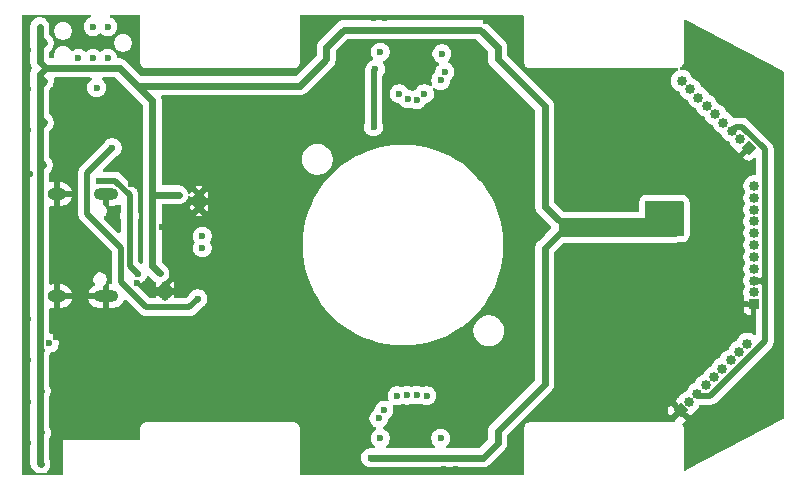
<source format=gbr>
%TF.GenerationSoftware,KiCad,Pcbnew,9.0.3*%
%TF.CreationDate,2025-07-23T20:32:43-05:00*%
%TF.ProjectId,MouseWB5,4d6f7573-6557-4423-952e-6b696361645f,rev?*%
%TF.SameCoordinates,Original*%
%TF.FileFunction,Copper,L6,Bot*%
%TF.FilePolarity,Positive*%
%FSLAX46Y46*%
G04 Gerber Fmt 4.6, Leading zero omitted, Abs format (unit mm)*
G04 Created by KiCad (PCBNEW 9.0.3) date 2025-07-23 20:32:43*
%MOMM*%
%LPD*%
G01*
G04 APERTURE LIST*
G04 Aperture macros list*
%AMHorizOval*
0 Thick line with rounded ends*
0 $1 width*
0 $2 $3 position (X,Y) of the first rounded end (center of the circle)*
0 $4 $5 position (X,Y) of the second rounded end (center of the circle)*
0 Add line between two ends*
20,1,$1,$2,$3,$4,$5,0*
0 Add two circle primitives to create the rounded ends*
1,1,$1,$2,$3*
1,1,$1,$4,$5*%
%AMRotRect*
0 Rectangle, with rotation*
0 The origin of the aperture is its center*
0 $1 length*
0 $2 width*
0 $3 Rotation angle, in degrees counterclockwise*
0 Add horizontal line*
21,1,$1,$2,0,0,$3*%
G04 Aperture macros list end*
%TA.AperFunction,Conductor*%
%ADD10C,0.200000*%
%TD*%
%TA.AperFunction,ComponentPad*%
%ADD11R,0.850000X0.850000*%
%TD*%
%TA.AperFunction,ComponentPad*%
%ADD12O,0.850000X0.850000*%
%TD*%
%TA.AperFunction,HeatsinkPad*%
%ADD13C,0.500000*%
%TD*%
%TA.AperFunction,HeatsinkPad*%
%ADD14R,0.500000X1.600000*%
%TD*%
%TA.AperFunction,ComponentPad*%
%ADD15O,2.100000X1.000000*%
%TD*%
%TA.AperFunction,ComponentPad*%
%ADD16O,1.600000X1.000000*%
%TD*%
%TA.AperFunction,ComponentPad*%
%ADD17RotRect,0.850000X0.850000X135.000000*%
%TD*%
%TA.AperFunction,ComponentPad*%
%ADD18HorizOval,0.850000X0.000000X0.000000X0.000000X0.000000X0*%
%TD*%
%TA.AperFunction,ComponentPad*%
%ADD19RotRect,0.850000X0.850000X225.000000*%
%TD*%
%TA.AperFunction,ComponentPad*%
%ADD20HorizOval,0.850000X0.000000X0.000000X0.000000X0.000000X0*%
%TD*%
%TA.AperFunction,ViaPad*%
%ADD21C,0.600000*%
%TD*%
%TA.AperFunction,Conductor*%
%ADD22C,0.600000*%
%TD*%
%TA.AperFunction,Conductor*%
%ADD23C,0.500000*%
%TD*%
G04 APERTURE END LIST*
D10*
%TO.N,GND*%
X101600000Y-139400000D02*
X102600000Y-139400000D01*
X101500000Y-100600000D02*
X102500000Y-100600000D01*
%TD*%
D11*
%TO.P,J2,1,Pin_1*%
%TO.N,GND*%
X162500000Y-125000000D03*
D12*
%TO.P,J2,2,Pin_2*%
%TO.N,+1V8*%
X162500000Y-124000000D03*
%TO.P,J2,3,Pin_3*%
%TO.N,+3V3*%
X162500000Y-123000000D03*
%TO.P,J2,4,Pin_4*%
%TO.N,unconnected-(J2-Pin_4-Pad4)*%
X162500000Y-122000000D03*
%TO.P,J2,5,Pin_5*%
%TO.N,unconnected-(J2-Pin_5-Pad5)*%
X162500000Y-121000000D03*
%TO.P,J2,6,Pin_6*%
%TO.N,unconnected-(J2-Pin_6-Pad6)*%
X162500000Y-120000000D03*
%TO.P,J2,7,Pin_7*%
%TO.N,unconnected-(J2-Pin_7-Pad7)*%
X162500000Y-119000000D03*
%TO.P,J2,8,Pin_8*%
%TO.N,unconnected-(J2-Pin_8-Pad8)*%
X162500000Y-118000000D03*
%TO.P,J2,9,Pin_9*%
%TO.N,unconnected-(J2-Pin_9-Pad9)*%
X162500000Y-117000000D03*
%TO.P,J2,10,Pin_10*%
%TO.N,unconnected-(J2-Pin_10-Pad10)*%
X162500000Y-116000000D03*
%TO.P,J2,11,Pin_11*%
%TO.N,unconnected-(J2-Pin_11-Pad11)*%
X162500000Y-115000000D03*
%TD*%
D13*
%TO.P,U7,7,EP*%
%TO.N,GND*%
X115500000Y-116825000D03*
D14*
X115500000Y-116275000D03*
D13*
X115500000Y-115725000D03*
%TD*%
D15*
%TO.P,J1,S1,SHIELD*%
%TO.N,GND*%
X107630000Y-115680000D03*
D16*
X103450000Y-115680000D03*
D15*
X107630000Y-124320000D03*
D16*
X103450000Y-124320000D03*
%TD*%
D13*
%TO.P,U4,7,EP*%
%TO.N,GND*%
X112612500Y-124450000D03*
D14*
X112612500Y-123900000D03*
D13*
X112612500Y-123350000D03*
%TD*%
D17*
%TO.P,J10,1,Pin_1*%
%TO.N,GND*%
X156250000Y-134000000D03*
D18*
%TO.P,J10,2,Pin_2*%
%TO.N,+1V8*%
X156957107Y-133292893D03*
%TO.P,J10,3,Pin_3*%
%TO.N,+3V3*%
X157664214Y-132585786D03*
%TO.P,J10,4,Pin_4*%
%TO.N,unconnected-(J10-Pin_4-Pad4)*%
X158371320Y-131878680D03*
%TO.P,J10,5,Pin_5*%
%TO.N,unconnected-(J10-Pin_5-Pad5)*%
X159078427Y-131171573D03*
%TO.P,J10,6,Pin_6*%
%TO.N,unconnected-(J10-Pin_6-Pad6)*%
X159785534Y-130464466D03*
%TO.P,J10,7,Pin_7*%
%TO.N,unconnected-(J10-Pin_7-Pad7)*%
X160492641Y-129757359D03*
%TO.P,J10,8,Pin_8*%
%TO.N,unconnected-(J10-Pin_8-Pad8)*%
X161199747Y-129050253D03*
%TO.P,J10,9,Pin_9*%
%TO.N,unconnected-(J10-Pin_9-Pad9)*%
X161906854Y-128343146D03*
%TD*%
D19*
%TO.P,J3,1,Pin_1*%
%TO.N,GND*%
X162000000Y-111750000D03*
D20*
%TO.P,J3,2,Pin_2*%
%TO.N,+1V8*%
X161292893Y-111042893D03*
%TO.P,J3,3,Pin_3*%
%TO.N,+3V3*%
X160585786Y-110335786D03*
%TO.P,J3,4,Pin_4*%
%TO.N,unconnected-(J3-Pin_4-Pad4)*%
X159878680Y-109628680D03*
%TO.P,J3,5,Pin_5*%
%TO.N,unconnected-(J3-Pin_5-Pad5)*%
X159171573Y-108921573D03*
%TO.P,J3,6,Pin_6*%
%TO.N,unconnected-(J3-Pin_6-Pad6)*%
X158464466Y-108214466D03*
%TO.P,J3,7,Pin_7*%
%TO.N,unconnected-(J3-Pin_7-Pad7)*%
X157757359Y-107507359D03*
%TO.P,J3,8,Pin_8*%
%TO.N,unconnected-(J3-Pin_8-Pad8)*%
X157050253Y-106800253D03*
%TO.P,J3,9,Pin_9*%
%TO.N,unconnected-(J3-Pin_9-Pad9)*%
X156343146Y-106093146D03*
%TD*%
D21*
%TO.N,Net-(U1-PH3-BOOT0)*%
X106800000Y-106675000D03*
%TO.N,GND*%
X104700000Y-110749000D03*
X109702789Y-114797211D03*
X147800000Y-105500000D03*
X147400000Y-134500000D03*
%TO.N,+BATT*%
X153750000Y-118000000D03*
X131250000Y-138000000D03*
X111500000Y-110750000D03*
X154750000Y-118000000D03*
X137000000Y-101750000D03*
X102104133Y-132336894D03*
X102380087Y-102862847D03*
X102133620Y-135866380D03*
X130000000Y-138000000D03*
X113750000Y-115750000D03*
X135750000Y-101750000D03*
X153750000Y-119000000D03*
X102383620Y-106116380D03*
X102294947Y-113205053D03*
X155750000Y-119000000D03*
X155750000Y-118000000D03*
X102100000Y-138550100D03*
X154750000Y-119000000D03*
X102380087Y-109612847D03*
X112130250Y-122380250D03*
X102133620Y-128866380D03*
%TO.N,VBUS*%
X107000000Y-114552832D03*
X110300000Y-122450000D03*
X109594600Y-117500000D03*
%TO.N,GND*%
X125000000Y-136500000D03*
X159250000Y-137250000D03*
X133500000Y-105000000D03*
X101000000Y-133250000D03*
X154500000Y-113250000D03*
X155500000Y-113250000D03*
X103375000Y-127750000D03*
X105250000Y-101500000D03*
X133500000Y-135000000D03*
X142000000Y-103500000D03*
X139750000Y-101000000D03*
X118000000Y-122000000D03*
X125000000Y-103500000D03*
X155500000Y-114250000D03*
X101000000Y-136750000D03*
X101000000Y-126250000D03*
X101000000Y-103500000D03*
X137250000Y-139000000D03*
X142000000Y-136500000D03*
X101000000Y-129750000D03*
X128250000Y-138500000D03*
X153500000Y-114250000D03*
X157000000Y-138250000D03*
X114500000Y-123500000D03*
X101200000Y-114000000D03*
X154500000Y-114250000D03*
X130250000Y-100750000D03*
X131250000Y-100750000D03*
X136250000Y-139000000D03*
X138000000Y-134000000D03*
X101000000Y-110250000D03*
X113451200Y-120298800D03*
X120750000Y-120000000D03*
X101000000Y-106750000D03*
X159250000Y-102750000D03*
X128750000Y-106000000D03*
X112300000Y-118500000D03*
X103700000Y-137500000D03*
X102750000Y-100800000D03*
X153500000Y-113250000D03*
X157000000Y-101750000D03*
X110250000Y-123250000D03*
%TO.N,+3V3*%
X102800000Y-128306215D03*
%TO.N,/SENSE_LF*%
X136040380Y-103790380D03*
%TO.N,/SENSE_LR*%
X130818037Y-103650000D03*
%TO.N,/SENSE_RF*%
X135931482Y-136350722D03*
%TO.N,/SENSE_RR*%
X130818361Y-136350879D03*
%TO.N,/SWCLK*%
X106500000Y-104200000D03*
%TO.N,/SWO*%
X105250000Y-104200000D03*
%TO.N,/RST*%
X106500000Y-101500000D03*
%TO.N,/SWDIO*%
X107750000Y-104200000D03*
%TO.N,/R_PH_B*%
X133111529Y-132710809D03*
%TO.N,/R_PWM_A*%
X130703793Y-134671414D03*
%TO.N,/R_PWM_B*%
X132250000Y-132750000D03*
%TO.N,/R_RESET*%
X133911402Y-132696607D03*
%TO.N,/R_EN*%
X134750000Y-132750000D03*
%TO.N,/R_PH_A*%
X131129355Y-133993994D03*
%TO.N,/PWRON*%
X115750000Y-120250000D03*
%TO.N,/CHARGE*%
X115750000Y-119250000D03*
%TO.N,/L_PH_A*%
X135934313Y-106065687D03*
%TO.N,/L_EN*%
X132439937Y-107190641D03*
%TO.N,/L_PWM_B*%
X134560063Y-107190641D03*
%TO.N,/L_RESET*%
X133130976Y-107630976D03*
%TO.N,/L_PWM_A*%
X136290689Y-105331378D03*
%TO.N,/L_PH_B*%
X133929303Y-107682719D03*
%TO.N,+1V8*%
X115356037Y-124550000D03*
X108125000Y-111750000D03*
X130415380Y-105084620D03*
X130250000Y-110000000D03*
X107750000Y-101500000D03*
%TD*%
D22*
%TO.N,+BATT*%
X144750000Y-120250000D02*
X144750000Y-131750000D01*
X111500000Y-110750000D02*
X111500000Y-115750000D01*
X102000000Y-113500000D02*
X102294947Y-113205053D01*
X102000000Y-128500000D02*
X102000000Y-129500000D01*
X102104133Y-132336894D02*
X102000000Y-132232760D01*
X155750000Y-119000000D02*
X146000000Y-119000000D01*
X140750000Y-104250000D02*
X140750000Y-103250000D01*
X111500000Y-110750000D02*
X111500000Y-107750000D01*
X102000000Y-129000000D02*
X102133620Y-128866380D01*
X102000000Y-103250000D02*
X102000000Y-102500000D01*
X111500000Y-107750000D02*
X110250000Y-106500000D01*
X102500000Y-105000000D02*
X102000000Y-104500000D01*
X102000000Y-129500000D02*
X102000000Y-129000000D01*
X102000000Y-138450100D02*
X102100000Y-138550100D01*
X102000000Y-113750000D02*
X102000000Y-128500000D01*
X135750000Y-101750000D02*
X134750000Y-101750000D01*
X137000000Y-101750000D02*
X138000000Y-101750000D01*
X102000000Y-132500000D02*
X102000000Y-133000000D01*
X102500000Y-105000000D02*
X102000000Y-105500000D01*
X102000000Y-104250000D02*
X102000000Y-103250000D01*
X102000000Y-112750000D02*
X102000000Y-112910106D01*
X102000000Y-104500000D02*
X102000000Y-104250000D01*
X102000000Y-136250000D02*
X102000000Y-136000000D01*
X111500000Y-115750000D02*
X111500000Y-121750000D01*
X102017240Y-105750000D02*
X102383620Y-106116380D01*
X131250000Y-138000000D02*
X130000000Y-138000000D01*
X102000000Y-106500000D02*
X102383620Y-106116380D01*
X102000000Y-105750000D02*
X102000000Y-106500000D01*
X102000000Y-112750000D02*
X102000000Y-113750000D01*
X111500000Y-106500000D02*
X110250000Y-106500000D01*
X102104133Y-132336894D02*
X102104133Y-132395867D01*
X102000000Y-109250000D02*
X102017240Y-109250000D01*
X102000000Y-113750000D02*
X102000000Y-113500000D01*
X140750000Y-136750000D02*
X139500000Y-138000000D01*
X102000000Y-136000000D02*
X102133620Y-135866380D01*
X102000000Y-133000000D02*
X102000000Y-135500000D01*
X146000000Y-119000000D02*
X144750000Y-120250000D01*
X140750000Y-135750000D02*
X140750000Y-136750000D01*
X102000000Y-105750000D02*
X102017240Y-105750000D01*
X111500000Y-121750000D02*
X112130250Y-122380250D01*
X144750000Y-108250000D02*
X140750000Y-104250000D01*
X102000000Y-135500000D02*
X102000000Y-135732760D01*
X102000000Y-129500000D02*
X102000000Y-132000000D01*
X102000000Y-135732760D02*
X102133620Y-135866380D01*
X102017240Y-102500000D02*
X102380087Y-102862847D01*
X102000000Y-110000000D02*
X102000000Y-112750000D01*
X108750000Y-105000000D02*
X102500000Y-105000000D01*
X140750000Y-103250000D02*
X139250000Y-101750000D01*
X102000000Y-135500000D02*
X102000000Y-136250000D01*
X153750000Y-118000000D02*
X146000000Y-118000000D01*
X110250000Y-106500000D02*
X108750000Y-105000000D01*
X102000000Y-109250000D02*
X102000000Y-110000000D01*
X102000000Y-109992934D02*
X102380087Y-109612847D01*
X139500000Y-138000000D02*
X131250000Y-138000000D01*
X102017240Y-109250000D02*
X102380087Y-109612847D01*
X134750000Y-101750000D02*
X127750000Y-101750000D01*
X102000000Y-103242934D02*
X102380087Y-102862847D01*
X102000000Y-128500000D02*
X102000000Y-128732760D01*
X102000000Y-132232760D02*
X102000000Y-132000000D01*
X102000000Y-103250000D02*
X102000000Y-103242934D01*
X144750000Y-116750000D02*
X144750000Y-108250000D01*
X102000000Y-136250000D02*
X102000000Y-138450100D01*
X139250000Y-101750000D02*
X138000000Y-101750000D01*
X102000000Y-132000000D02*
X102000000Y-133000000D01*
X102000000Y-112910106D02*
X102294947Y-113205053D01*
X124000000Y-106500000D02*
X111500000Y-106500000D01*
X102000000Y-106500000D02*
X102000000Y-109250000D01*
X102000000Y-128732760D02*
X102133620Y-128866380D01*
X126250000Y-103250000D02*
X126250000Y-104250000D01*
X134750000Y-101750000D02*
X138000000Y-101750000D01*
X102000000Y-102500000D02*
X102017240Y-102500000D01*
X127750000Y-101750000D02*
X126250000Y-103250000D01*
X126250000Y-104250000D02*
X124000000Y-106500000D01*
X102000000Y-102500000D02*
X102000000Y-101500000D01*
X102104133Y-132395867D02*
X102000000Y-132500000D01*
X111500000Y-115750000D02*
X113750000Y-115750000D01*
X102000000Y-105500000D02*
X102000000Y-105750000D01*
X102000000Y-110000000D02*
X102000000Y-109992934D01*
X146000000Y-118000000D02*
X144750000Y-116750000D01*
X144750000Y-131750000D02*
X140750000Y-135750000D01*
D23*
%TO.N,VBUS*%
X109594600Y-117500000D02*
X109594600Y-115749683D01*
X109594600Y-121744600D02*
X110300000Y-122450000D01*
X109594600Y-117500000D02*
X109594600Y-121744600D01*
X109594600Y-115749683D02*
X108397749Y-114552832D01*
X108397749Y-114552832D02*
X107000000Y-114552832D01*
%TO.N,+3V3*%
X163376000Y-122725040D02*
X163376000Y-122000000D01*
X163376000Y-123274960D02*
X163376000Y-123750000D01*
X163376000Y-111887148D02*
X161488852Y-110000000D01*
X157833108Y-132754680D02*
X157664214Y-132585786D01*
X163101040Y-123000000D02*
X163376000Y-122725040D01*
X160921572Y-110000000D02*
X160585786Y-110335786D01*
X158734172Y-132754680D02*
X157833108Y-132754680D01*
X162500000Y-123000000D02*
X163101040Y-123000000D01*
X163376000Y-128112852D02*
X158734172Y-132754680D01*
X161488852Y-110000000D02*
X160921572Y-110000000D01*
X163376000Y-123750000D02*
X163376000Y-122000000D01*
X163101040Y-123000000D02*
X163376000Y-123274960D01*
X163376000Y-123750000D02*
X163376000Y-128112852D01*
X163376000Y-122000000D02*
X163376000Y-111887148D01*
%TO.N,+1V8*%
X106000000Y-113875000D02*
X108125000Y-111750000D01*
X115356037Y-124550000D02*
X114635037Y-125271000D01*
X108893600Y-120268600D02*
X106000000Y-117375000D01*
X108893600Y-123143600D02*
X108893600Y-120268600D01*
X130250000Y-110000000D02*
X130250000Y-105250000D01*
X114635037Y-125271000D02*
X111021000Y-125271000D01*
X111021000Y-125271000D02*
X108893600Y-123143600D01*
X106000000Y-117375000D02*
X106000000Y-113875000D01*
X130250000Y-105250000D02*
X130415380Y-105084620D01*
%TD*%
%TA.AperFunction,Conductor*%
%TO.N,GND*%
G36*
X101764849Y-100520185D02*
G01*
X101810604Y-100572989D01*
X101820548Y-100642147D01*
X101791523Y-100705703D01*
X101745262Y-100739061D01*
X101620827Y-100790602D01*
X101620814Y-100790609D01*
X101489711Y-100878210D01*
X101489707Y-100878213D01*
X101378213Y-100989707D01*
X101378210Y-100989711D01*
X101290609Y-101120814D01*
X101290602Y-101120827D01*
X101230264Y-101266498D01*
X101230261Y-101266510D01*
X101199500Y-101421153D01*
X101199500Y-104578846D01*
X101230261Y-104733489D01*
X101230264Y-104733501D01*
X101290602Y-104879172D01*
X101290609Y-104879185D01*
X101325304Y-104931109D01*
X101346182Y-104997786D01*
X101327698Y-105065167D01*
X101325304Y-105068891D01*
X101290609Y-105120814D01*
X101290602Y-105120827D01*
X101230264Y-105266498D01*
X101230261Y-105266510D01*
X101199500Y-105421153D01*
X101199500Y-138528946D01*
X101230261Y-138683589D01*
X101230264Y-138683601D01*
X101290602Y-138829272D01*
X101290609Y-138829285D01*
X101378209Y-138960387D01*
X101378210Y-138960388D01*
X101378211Y-138960389D01*
X101478211Y-139060389D01*
X101589711Y-139171889D01*
X101720821Y-139259494D01*
X101724310Y-139260939D01*
X101725854Y-139262183D01*
X101726192Y-139262364D01*
X101726157Y-139262428D01*
X101778713Y-139304780D01*
X101800778Y-139371074D01*
X101783499Y-139438774D01*
X101732361Y-139486384D01*
X101676857Y-139499500D01*
X100624500Y-139499500D01*
X100557461Y-139479815D01*
X100511706Y-139427011D01*
X100500500Y-139375500D01*
X100500500Y-100624500D01*
X100520185Y-100557461D01*
X100572989Y-100511706D01*
X100624500Y-100500500D01*
X101697810Y-100500500D01*
X101764849Y-100520185D01*
G37*
%TD.AperFunction*%
%TA.AperFunction,Conductor*%
G36*
X106208621Y-100503674D02*
G01*
X106219827Y-100502470D01*
X106241548Y-100513343D01*
X106264849Y-100520185D01*
X106272227Y-100528699D01*
X106282306Y-100533745D01*
X106294700Y-100554635D01*
X106310604Y-100572989D01*
X106312207Y-100584143D01*
X106317958Y-100593835D01*
X106317091Y-100618105D01*
X106320548Y-100642147D01*
X106315866Y-100652398D01*
X106315464Y-100663660D01*
X106301612Y-100683609D01*
X106291523Y-100705703D01*
X106281009Y-100713284D01*
X106275616Y-100721052D01*
X106245262Y-100739061D01*
X106120827Y-100790602D01*
X106120814Y-100790609D01*
X105989711Y-100878210D01*
X105989707Y-100878213D01*
X105878213Y-100989707D01*
X105878210Y-100989711D01*
X105790609Y-101120814D01*
X105790602Y-101120827D01*
X105730264Y-101266498D01*
X105730261Y-101266510D01*
X105699500Y-101421153D01*
X105699500Y-101578846D01*
X105730261Y-101733489D01*
X105730264Y-101733501D01*
X105790602Y-101879172D01*
X105790609Y-101879185D01*
X105878210Y-102010288D01*
X105878213Y-102010292D01*
X105989707Y-102121786D01*
X105989711Y-102121789D01*
X106120814Y-102209390D01*
X106120827Y-102209397D01*
X106266498Y-102269735D01*
X106266503Y-102269737D01*
X106421153Y-102300499D01*
X106421156Y-102300500D01*
X106421158Y-102300500D01*
X106578844Y-102300500D01*
X106578845Y-102300499D01*
X106733497Y-102269737D01*
X106879179Y-102209394D01*
X107010289Y-102121789D01*
X107010292Y-102121786D01*
X107037319Y-102094760D01*
X107098642Y-102061275D01*
X107168334Y-102066259D01*
X107212681Y-102094760D01*
X107239707Y-102121786D01*
X107239711Y-102121789D01*
X107370814Y-102209390D01*
X107370827Y-102209397D01*
X107516498Y-102269735D01*
X107516503Y-102269737D01*
X107671153Y-102300499D01*
X107671156Y-102300500D01*
X107671158Y-102300500D01*
X107828844Y-102300500D01*
X107828845Y-102300499D01*
X107983497Y-102269737D01*
X108129179Y-102209394D01*
X108260289Y-102121789D01*
X108371789Y-102010289D01*
X108459394Y-101879179D01*
X108519737Y-101733497D01*
X108550500Y-101578842D01*
X108550500Y-101421158D01*
X108550500Y-101421155D01*
X108550499Y-101421153D01*
X108545014Y-101393580D01*
X108519737Y-101266503D01*
X108495537Y-101208078D01*
X108459397Y-101120827D01*
X108459390Y-101120814D01*
X108371789Y-100989711D01*
X108371786Y-100989707D01*
X108260292Y-100878213D01*
X108260288Y-100878210D01*
X108129185Y-100790609D01*
X108129172Y-100790602D01*
X108004738Y-100739061D01*
X107950334Y-100695221D01*
X107928269Y-100628926D01*
X107945548Y-100561227D01*
X107996685Y-100513616D01*
X108052190Y-100500500D01*
X110375500Y-100500500D01*
X110442539Y-100520185D01*
X110488294Y-100572989D01*
X110499500Y-100624500D01*
X110499500Y-104565892D01*
X110507174Y-104594532D01*
X110533608Y-104693187D01*
X110556884Y-104733501D01*
X110599500Y-104807314D01*
X110692686Y-104900500D01*
X110806814Y-104966392D01*
X110934108Y-105000500D01*
X110934110Y-105000500D01*
X123565890Y-105000500D01*
X123565892Y-105000500D01*
X123693186Y-104966392D01*
X123807314Y-104900500D01*
X123900500Y-104807314D01*
X123966392Y-104693186D01*
X124000500Y-104565892D01*
X124000500Y-100624500D01*
X124020185Y-100557461D01*
X124072989Y-100511706D01*
X124124500Y-100500500D01*
X142875500Y-100500500D01*
X142942539Y-100520185D01*
X142988294Y-100572989D01*
X142999500Y-100624500D01*
X142999500Y-104434108D01*
X142999500Y-104565892D01*
X143007174Y-104594532D01*
X143033608Y-104693187D01*
X143056884Y-104733501D01*
X143099500Y-104807314D01*
X143192686Y-104900500D01*
X143306814Y-104966392D01*
X143434108Y-105000500D01*
X143434110Y-105000500D01*
X155939190Y-105000500D01*
X156006229Y-105020185D01*
X156051984Y-105072989D01*
X156061928Y-105142147D01*
X156032903Y-105205703D01*
X155986642Y-105239061D01*
X155904758Y-105272977D01*
X155904754Y-105272979D01*
X155753178Y-105374259D01*
X155753170Y-105374265D01*
X155624265Y-105503170D01*
X155624259Y-105503178D01*
X155522979Y-105654754D01*
X155522977Y-105654758D01*
X155453214Y-105823183D01*
X155453211Y-105823193D01*
X155417646Y-106001989D01*
X155417646Y-106001992D01*
X155417646Y-106184300D01*
X155417646Y-106184302D01*
X155417645Y-106184302D01*
X155453211Y-106363098D01*
X155453214Y-106363108D01*
X155522977Y-106531533D01*
X155522979Y-106531537D01*
X155624259Y-106683113D01*
X155624265Y-106683121D01*
X155753170Y-106812026D01*
X155753178Y-106812032D01*
X155904754Y-106913312D01*
X155904758Y-106913314D01*
X156026506Y-106963743D01*
X156073188Y-106983079D01*
X156073192Y-106983079D01*
X156076617Y-106984119D01*
X156078195Y-106985153D01*
X156078815Y-106985410D01*
X156078766Y-106985527D01*
X156135055Y-107022418D01*
X156159276Y-107066773D01*
X156160317Y-107070206D01*
X156230084Y-107238640D01*
X156230086Y-107238644D01*
X156331366Y-107390220D01*
X156331372Y-107390228D01*
X156460277Y-107519133D01*
X156460285Y-107519139D01*
X156611861Y-107620419D01*
X156611865Y-107620421D01*
X156734357Y-107671158D01*
X156780295Y-107690186D01*
X156780299Y-107690186D01*
X156783715Y-107691223D01*
X156785290Y-107692255D01*
X156785922Y-107692517D01*
X156785872Y-107692636D01*
X156842155Y-107729517D01*
X156866382Y-107773879D01*
X156867423Y-107777312D01*
X156937190Y-107945746D01*
X156937192Y-107945750D01*
X157038472Y-108097326D01*
X157038478Y-108097334D01*
X157167383Y-108226239D01*
X157167391Y-108226245D01*
X157318967Y-108327525D01*
X157318971Y-108327527D01*
X157474900Y-108392114D01*
X157487401Y-108397292D01*
X157487405Y-108397292D01*
X157490830Y-108398332D01*
X157492408Y-108399366D01*
X157493028Y-108399623D01*
X157492979Y-108399740D01*
X157549268Y-108436631D01*
X157573489Y-108480986D01*
X157574530Y-108484419D01*
X157644297Y-108652853D01*
X157644299Y-108652857D01*
X157745579Y-108804433D01*
X157745585Y-108804441D01*
X157874490Y-108933346D01*
X157874498Y-108933352D01*
X158026074Y-109034632D01*
X158026078Y-109034634D01*
X158190063Y-109102558D01*
X158194508Y-109104399D01*
X158194512Y-109104399D01*
X158197937Y-109105439D01*
X158199515Y-109106473D01*
X158200135Y-109106730D01*
X158200086Y-109106847D01*
X158256375Y-109143738D01*
X158280596Y-109188093D01*
X158281637Y-109191526D01*
X158351404Y-109359960D01*
X158351406Y-109359964D01*
X158452686Y-109511540D01*
X158452691Y-109511547D01*
X158581597Y-109640453D01*
X158581605Y-109640459D01*
X158733181Y-109741739D01*
X158733185Y-109741741D01*
X158901610Y-109811504D01*
X158901615Y-109811506D01*
X158901619Y-109811506D01*
X158905044Y-109812546D01*
X158906622Y-109813580D01*
X158907242Y-109813837D01*
X158907193Y-109813954D01*
X158963482Y-109850845D01*
X158987703Y-109895200D01*
X158988744Y-109898633D01*
X159058511Y-110067067D01*
X159058513Y-110067071D01*
X159159793Y-110218647D01*
X159159799Y-110218655D01*
X159288704Y-110347560D01*
X159288712Y-110347566D01*
X159440288Y-110448846D01*
X159440292Y-110448848D01*
X159588626Y-110510289D01*
X159608722Y-110518613D01*
X159608726Y-110518613D01*
X159612142Y-110519650D01*
X159613717Y-110520682D01*
X159614349Y-110520944D01*
X159614299Y-110521063D01*
X159670582Y-110557944D01*
X159694809Y-110602306D01*
X159695850Y-110605739D01*
X159765617Y-110774173D01*
X159765619Y-110774177D01*
X159866899Y-110925753D01*
X159866905Y-110925761D01*
X159995810Y-111054666D01*
X159995818Y-111054672D01*
X160147394Y-111155952D01*
X160147398Y-111155954D01*
X160315823Y-111225717D01*
X160315828Y-111225719D01*
X160315832Y-111225719D01*
X160319257Y-111226759D01*
X160320835Y-111227793D01*
X160321455Y-111228050D01*
X160321406Y-111228167D01*
X160377695Y-111265058D01*
X160401916Y-111309413D01*
X160402957Y-111312846D01*
X160472724Y-111481280D01*
X160472726Y-111481284D01*
X160574006Y-111632860D01*
X160574012Y-111632868D01*
X160702917Y-111761773D01*
X160702925Y-111761779D01*
X160854493Y-111863053D01*
X160854495Y-111863054D01*
X160854504Y-111863060D01*
X160866672Y-111868100D01*
X160921075Y-111911941D01*
X160932013Y-111931149D01*
X160974004Y-112023096D01*
X160974007Y-112023101D01*
X161011584Y-112069732D01*
X161169148Y-112227296D01*
X161412381Y-111984062D01*
X161473704Y-111950577D01*
X161475647Y-111950172D01*
X161562851Y-111932826D01*
X161731282Y-111863060D01*
X161766488Y-111839535D01*
X161788060Y-111891614D01*
X161858386Y-111961940D01*
X161950272Y-112000000D01*
X162049728Y-112000000D01*
X162116038Y-111972533D01*
X162089095Y-112014457D01*
X161522702Y-112580849D01*
X161522702Y-112580850D01*
X161680267Y-112738415D01*
X161726898Y-112775992D01*
X161726905Y-112775997D01*
X161857678Y-112835719D01*
X161857686Y-112835721D01*
X162000000Y-112856181D01*
X162142313Y-112835721D01*
X162142321Y-112835719D01*
X162273094Y-112775997D01*
X162273101Y-112775992D01*
X162319732Y-112738415D01*
X162319736Y-112738411D01*
X162413819Y-112644329D01*
X162475142Y-112610844D01*
X162544834Y-112615828D01*
X162600767Y-112657700D01*
X162625184Y-112723164D01*
X162625500Y-112732010D01*
X162625500Y-113950500D01*
X162605815Y-114017539D01*
X162553011Y-114063294D01*
X162501500Y-114074500D01*
X162408844Y-114074500D01*
X162230047Y-114110065D01*
X162230037Y-114110068D01*
X162061612Y-114179831D01*
X162061608Y-114179833D01*
X161910032Y-114281113D01*
X161910024Y-114281119D01*
X161781119Y-114410024D01*
X161781113Y-114410032D01*
X161679833Y-114561608D01*
X161679831Y-114561612D01*
X161610068Y-114730037D01*
X161610065Y-114730047D01*
X161574500Y-114908843D01*
X161574500Y-114908846D01*
X161574500Y-115091154D01*
X161574500Y-115091156D01*
X161574499Y-115091156D01*
X161610065Y-115269952D01*
X161610067Y-115269958D01*
X161679835Y-115438394D01*
X161681525Y-115441556D01*
X161681908Y-115443399D01*
X161682164Y-115444016D01*
X161682047Y-115444064D01*
X161695761Y-115509960D01*
X161681525Y-115558444D01*
X161679835Y-115561605D01*
X161610067Y-115730041D01*
X161610065Y-115730047D01*
X161574500Y-115908843D01*
X161574500Y-115908846D01*
X161574500Y-116091154D01*
X161574500Y-116091156D01*
X161574499Y-116091156D01*
X161610065Y-116269952D01*
X161610067Y-116269958D01*
X161679835Y-116438394D01*
X161681525Y-116441556D01*
X161681908Y-116443399D01*
X161682164Y-116444016D01*
X161682047Y-116444064D01*
X161695761Y-116509960D01*
X161681525Y-116558444D01*
X161679835Y-116561605D01*
X161610067Y-116730041D01*
X161610065Y-116730047D01*
X161574500Y-116908843D01*
X161574500Y-116908846D01*
X161574500Y-117091154D01*
X161574500Y-117091156D01*
X161574499Y-117091156D01*
X161610065Y-117269952D01*
X161610067Y-117269958D01*
X161679835Y-117438394D01*
X161681525Y-117441556D01*
X161681908Y-117443399D01*
X161682164Y-117444016D01*
X161682047Y-117444064D01*
X161695761Y-117509960D01*
X161681525Y-117558444D01*
X161679835Y-117561605D01*
X161610067Y-117730041D01*
X161610065Y-117730047D01*
X161574500Y-117908843D01*
X161574500Y-117908846D01*
X161574500Y-118091154D01*
X161574500Y-118091156D01*
X161574499Y-118091156D01*
X161610065Y-118269952D01*
X161610067Y-118269958D01*
X161679835Y-118438394D01*
X161681525Y-118441556D01*
X161681908Y-118443399D01*
X161682164Y-118444016D01*
X161682047Y-118444064D01*
X161695761Y-118509960D01*
X161681525Y-118558444D01*
X161679835Y-118561605D01*
X161610067Y-118730041D01*
X161610065Y-118730047D01*
X161574500Y-118908843D01*
X161574500Y-118908846D01*
X161574500Y-119091154D01*
X161574500Y-119091156D01*
X161574499Y-119091156D01*
X161610065Y-119269952D01*
X161610067Y-119269958D01*
X161679835Y-119438394D01*
X161681525Y-119441556D01*
X161681908Y-119443399D01*
X161682164Y-119444016D01*
X161682047Y-119444064D01*
X161695761Y-119509960D01*
X161681525Y-119558444D01*
X161679835Y-119561605D01*
X161610067Y-119730041D01*
X161610065Y-119730047D01*
X161574500Y-119908843D01*
X161574500Y-119908846D01*
X161574500Y-120091154D01*
X161574500Y-120091156D01*
X161574499Y-120091156D01*
X161610065Y-120269952D01*
X161610067Y-120269958D01*
X161679835Y-120438394D01*
X161681525Y-120441556D01*
X161681908Y-120443399D01*
X161682164Y-120444016D01*
X161682047Y-120444064D01*
X161695761Y-120509960D01*
X161681525Y-120558444D01*
X161679835Y-120561605D01*
X161610067Y-120730041D01*
X161610065Y-120730047D01*
X161574500Y-120908843D01*
X161574500Y-120908846D01*
X161574500Y-121091154D01*
X161574500Y-121091156D01*
X161574499Y-121091156D01*
X161610065Y-121269952D01*
X161610067Y-121269958D01*
X161679835Y-121438394D01*
X161681525Y-121441556D01*
X161681908Y-121443399D01*
X161682164Y-121444016D01*
X161682047Y-121444064D01*
X161695761Y-121509960D01*
X161681525Y-121558444D01*
X161679835Y-121561605D01*
X161610067Y-121730041D01*
X161610065Y-121730047D01*
X161574500Y-121908843D01*
X161574500Y-121908846D01*
X161574500Y-122091154D01*
X161574500Y-122091156D01*
X161574499Y-122091156D01*
X161610065Y-122269952D01*
X161610067Y-122269958D01*
X161679835Y-122438394D01*
X161681525Y-122441556D01*
X161681908Y-122443399D01*
X161682164Y-122444016D01*
X161682047Y-122444064D01*
X161695761Y-122509960D01*
X161681525Y-122558444D01*
X161679835Y-122561605D01*
X161610067Y-122730041D01*
X161610065Y-122730047D01*
X161574500Y-122908843D01*
X161574500Y-122908846D01*
X161574500Y-123091154D01*
X161574500Y-123091156D01*
X161574499Y-123091156D01*
X161610065Y-123269952D01*
X161610067Y-123269958D01*
X161679835Y-123438394D01*
X161681525Y-123441556D01*
X161681908Y-123443399D01*
X161682164Y-123444016D01*
X161682047Y-123444064D01*
X161695761Y-123509960D01*
X161681525Y-123558444D01*
X161679835Y-123561605D01*
X161610067Y-123730041D01*
X161610065Y-123730047D01*
X161574500Y-123908843D01*
X161574500Y-123908846D01*
X161574500Y-124091154D01*
X161574500Y-124091156D01*
X161574499Y-124091156D01*
X161610065Y-124269952D01*
X161610068Y-124269962D01*
X161615107Y-124282127D01*
X161622574Y-124351597D01*
X161616727Y-124372909D01*
X161581403Y-124467616D01*
X161581401Y-124467627D01*
X161575000Y-124527155D01*
X161575000Y-124750000D01*
X161918984Y-124750000D01*
X161986023Y-124769685D01*
X161987842Y-124770876D01*
X162061611Y-124820167D01*
X162230042Y-124889933D01*
X162230046Y-124889933D01*
X162230047Y-124889934D01*
X162271571Y-124898193D01*
X162250000Y-124950272D01*
X162250000Y-125049728D01*
X162288060Y-125141614D01*
X162358386Y-125211940D01*
X162450272Y-125250000D01*
X162549728Y-125250000D01*
X162625500Y-125218614D01*
X162625500Y-127478252D01*
X162605815Y-127545291D01*
X162553011Y-127591046D01*
X162483853Y-127600990D01*
X162432610Y-127581355D01*
X162365447Y-127536479D01*
X162345243Y-127522979D01*
X162345240Y-127522977D01*
X162345239Y-127522977D01*
X162176816Y-127453214D01*
X162176806Y-127453211D01*
X161998010Y-127417646D01*
X161998008Y-127417646D01*
X161815700Y-127417646D01*
X161815698Y-127417646D01*
X161636901Y-127453211D01*
X161636891Y-127453214D01*
X161468466Y-127522977D01*
X161468462Y-127522979D01*
X161316886Y-127624259D01*
X161316878Y-127624265D01*
X161187973Y-127753170D01*
X161187967Y-127753178D01*
X161086687Y-127904754D01*
X161086685Y-127904758D01*
X161016918Y-128073192D01*
X161015876Y-128076629D01*
X161014842Y-128078206D01*
X161014590Y-128078815D01*
X161014474Y-128078767D01*
X160977572Y-128135063D01*
X160933230Y-128159275D01*
X160929793Y-128160317D01*
X160761359Y-128230084D01*
X160761355Y-128230086D01*
X160609779Y-128331366D01*
X160609771Y-128331372D01*
X160480866Y-128460277D01*
X160480860Y-128460285D01*
X160379580Y-128611861D01*
X160379578Y-128611865D01*
X160309810Y-128780301D01*
X160308768Y-128783738D01*
X160307734Y-128785314D01*
X160307483Y-128785922D01*
X160307367Y-128785874D01*
X160270462Y-128842171D01*
X160226126Y-128866380D01*
X160222689Y-128867422D01*
X160054253Y-128937190D01*
X160054249Y-128937192D01*
X159902673Y-129038472D01*
X159902665Y-129038478D01*
X159773760Y-129167383D01*
X159773754Y-129167391D01*
X159672474Y-129318967D01*
X159672472Y-129318971D01*
X159602705Y-129487405D01*
X159601663Y-129490842D01*
X159600629Y-129492419D01*
X159600377Y-129493028D01*
X159600261Y-129492980D01*
X159563359Y-129549276D01*
X159519017Y-129573488D01*
X159515580Y-129574530D01*
X159347146Y-129644297D01*
X159347142Y-129644299D01*
X159195566Y-129745579D01*
X159195558Y-129745585D01*
X159066653Y-129874490D01*
X159066647Y-129874498D01*
X158965367Y-130026074D01*
X158965365Y-130026078D01*
X158895598Y-130194512D01*
X158894556Y-130197949D01*
X158893522Y-130199526D01*
X158893270Y-130200135D01*
X158893154Y-130200087D01*
X158856252Y-130256383D01*
X158811910Y-130280595D01*
X158808473Y-130281637D01*
X158640039Y-130351404D01*
X158640035Y-130351406D01*
X158488459Y-130452686D01*
X158488451Y-130452692D01*
X158359546Y-130581597D01*
X158359540Y-130581605D01*
X158258260Y-130733181D01*
X158258258Y-130733185D01*
X158188491Y-130901619D01*
X158187449Y-130905056D01*
X158186415Y-130906633D01*
X158186163Y-130907242D01*
X158186047Y-130907194D01*
X158149145Y-130963490D01*
X158104803Y-130987702D01*
X158101366Y-130988744D01*
X157932932Y-131058511D01*
X157932928Y-131058513D01*
X157781352Y-131159793D01*
X157781344Y-131159799D01*
X157652439Y-131288704D01*
X157652433Y-131288712D01*
X157551153Y-131440288D01*
X157551151Y-131440292D01*
X157481383Y-131608728D01*
X157480341Y-131612165D01*
X157479307Y-131613741D01*
X157479056Y-131614349D01*
X157478940Y-131614301D01*
X157442035Y-131670598D01*
X157397699Y-131694807D01*
X157394262Y-131695849D01*
X157225826Y-131765617D01*
X157225822Y-131765619D01*
X157074246Y-131866899D01*
X157074238Y-131866905D01*
X156945333Y-131995810D01*
X156945327Y-131995818D01*
X156844047Y-132147394D01*
X156844045Y-132147398D01*
X156774278Y-132315832D01*
X156773236Y-132319269D01*
X156772202Y-132320846D01*
X156771950Y-132321455D01*
X156771834Y-132321407D01*
X156734932Y-132377703D01*
X156690590Y-132401915D01*
X156687153Y-132402957D01*
X156518719Y-132472724D01*
X156518715Y-132472726D01*
X156367139Y-132574006D01*
X156367131Y-132574012D01*
X156238223Y-132702920D01*
X156136943Y-132854497D01*
X156136938Y-132854506D01*
X156131898Y-132866675D01*
X156088055Y-132921077D01*
X156068850Y-132932013D01*
X155976903Y-132974004D01*
X155976898Y-132974007D01*
X155930262Y-133011588D01*
X155772702Y-133169148D01*
X156015936Y-133412381D01*
X156049421Y-133473704D01*
X156049872Y-133475871D01*
X156067172Y-133562845D01*
X156067175Y-133562855D01*
X156136938Y-133731280D01*
X156136940Y-133731284D01*
X156160463Y-133766489D01*
X156108386Y-133788060D01*
X156038060Y-133858386D01*
X156000000Y-133950272D01*
X156000000Y-134049728D01*
X156038060Y-134141614D01*
X156108386Y-134211940D01*
X156200272Y-134250000D01*
X156299728Y-134250000D01*
X156391614Y-134211940D01*
X156461940Y-134141614D01*
X156483511Y-134089536D01*
X156518715Y-134113059D01*
X156518719Y-134113061D01*
X156634748Y-134161121D01*
X156687149Y-134182826D01*
X156774130Y-134200128D01*
X156836036Y-134232510D01*
X156837617Y-134234062D01*
X157080850Y-134477296D01*
X157238411Y-134319736D01*
X157238415Y-134319732D01*
X157275992Y-134273101D01*
X157275993Y-134273100D01*
X157317985Y-134181150D01*
X157363740Y-134128346D01*
X157383327Y-134118100D01*
X157395496Y-134113060D01*
X157547079Y-134011776D01*
X157675990Y-133882865D01*
X157777274Y-133731282D01*
X157825514Y-133614821D01*
X157839221Y-133581728D01*
X157883061Y-133527324D01*
X157949356Y-133505259D01*
X157953782Y-133505180D01*
X158808092Y-133505180D01*
X158916049Y-133483705D01*
X158953085Y-133476338D01*
X159061865Y-133431280D01*
X159089663Y-133419766D01*
X159089664Y-133419765D01*
X159089667Y-133419764D01*
X159150407Y-133379179D01*
X159212588Y-133337632D01*
X163958951Y-128591268D01*
X163986191Y-128550500D01*
X164041084Y-128468347D01*
X164097658Y-128331765D01*
X164117884Y-128230084D01*
X164126500Y-128186772D01*
X164126500Y-111813227D01*
X164097659Y-111668240D01*
X164097658Y-111668239D01*
X164097658Y-111668235D01*
X164085016Y-111637715D01*
X164041087Y-111531659D01*
X164041080Y-111531646D01*
X163958952Y-111408733D01*
X163921033Y-111370814D01*
X163854416Y-111304197D01*
X163475972Y-110925753D01*
X161967273Y-109417052D01*
X161967272Y-109417051D01*
X161879975Y-109358722D01*
X161844347Y-109334916D01*
X161844340Y-109334912D01*
X161707769Y-109278343D01*
X161707759Y-109278340D01*
X161562772Y-109249500D01*
X161562770Y-109249500D01*
X160847654Y-109249500D01*
X160847647Y-109249500D01*
X160831946Y-109252623D01*
X160762354Y-109246393D01*
X160707179Y-109203527D01*
X160699961Y-109191957D01*
X160597566Y-109038712D01*
X160597560Y-109038704D01*
X160468655Y-108909799D01*
X160468647Y-108909793D01*
X160317071Y-108808513D01*
X160317067Y-108808511D01*
X160148633Y-108738744D01*
X160145200Y-108737703D01*
X160143623Y-108736669D01*
X160143011Y-108736416D01*
X160143059Y-108736299D01*
X160086765Y-108699401D01*
X160062546Y-108655044D01*
X160061504Y-108651610D01*
X159991741Y-108483185D01*
X159991739Y-108483181D01*
X159890459Y-108331605D01*
X159890453Y-108331597D01*
X159761548Y-108202692D01*
X159761540Y-108202686D01*
X159609964Y-108101406D01*
X159609960Y-108101404D01*
X159441526Y-108031637D01*
X159438093Y-108030596D01*
X159436516Y-108029562D01*
X159435904Y-108029309D01*
X159435952Y-108029192D01*
X159379658Y-107992294D01*
X159355439Y-107947937D01*
X159354397Y-107944503D01*
X159284634Y-107776078D01*
X159284632Y-107776074D01*
X159183352Y-107624498D01*
X159183346Y-107624490D01*
X159054441Y-107495585D01*
X159054433Y-107495579D01*
X158902857Y-107394299D01*
X158902853Y-107394297D01*
X158734419Y-107324530D01*
X158730986Y-107323489D01*
X158729409Y-107322455D01*
X158728797Y-107322202D01*
X158728845Y-107322085D01*
X158672551Y-107285187D01*
X158648332Y-107240830D01*
X158647290Y-107237396D01*
X158577527Y-107068971D01*
X158577525Y-107068967D01*
X158476245Y-106917391D01*
X158476239Y-106917383D01*
X158347334Y-106788478D01*
X158347326Y-106788472D01*
X158195750Y-106687192D01*
X158195746Y-106687190D01*
X158027312Y-106617423D01*
X158023879Y-106616382D01*
X158022302Y-106615348D01*
X158021690Y-106615095D01*
X158021738Y-106614978D01*
X157965444Y-106578080D01*
X157941223Y-106533715D01*
X157940184Y-106530290D01*
X157870421Y-106361865D01*
X157870419Y-106361861D01*
X157769139Y-106210285D01*
X157769133Y-106210277D01*
X157640228Y-106081372D01*
X157640220Y-106081366D01*
X157488644Y-105980086D01*
X157488640Y-105980084D01*
X157320206Y-105910317D01*
X157316773Y-105909276D01*
X157315196Y-105908242D01*
X157314584Y-105907989D01*
X157314632Y-105907872D01*
X157258338Y-105870974D01*
X157234119Y-105826617D01*
X157233077Y-105823183D01*
X157163314Y-105654758D01*
X157163312Y-105654754D01*
X157062032Y-105503178D01*
X157062026Y-105503170D01*
X156933121Y-105374265D01*
X156933113Y-105374259D01*
X156781537Y-105272979D01*
X156781533Y-105272977D01*
X156613108Y-105203214D01*
X156613098Y-105203211D01*
X156434302Y-105167646D01*
X156434300Y-105167646D01*
X156307378Y-105167646D01*
X156240339Y-105147961D01*
X156194584Y-105095157D01*
X156184640Y-105025999D01*
X156213665Y-104962443D01*
X156245378Y-104936259D01*
X156254298Y-104931109D01*
X156307314Y-104900500D01*
X156400500Y-104807314D01*
X156466392Y-104693186D01*
X156500500Y-104565892D01*
X156500500Y-101034399D01*
X156520185Y-100967360D01*
X156572989Y-100921605D01*
X156642147Y-100911661D01*
X156682250Y-100924668D01*
X164931752Y-105266510D01*
X164933253Y-105267300D01*
X164983409Y-105315943D01*
X164999500Y-105377030D01*
X164999500Y-134622968D01*
X164979815Y-134690007D01*
X164933253Y-134732698D01*
X156682253Y-139075329D01*
X156613760Y-139089133D01*
X156548677Y-139063716D01*
X156507668Y-139007148D01*
X156500500Y-138965599D01*
X156500500Y-135434110D01*
X156500500Y-135434108D01*
X156466392Y-135306814D01*
X156466390Y-135306810D01*
X156418124Y-135223211D01*
X156401651Y-135155311D01*
X156424503Y-135089284D01*
X156474001Y-135048416D01*
X156523097Y-135025994D01*
X156523101Y-135025992D01*
X156569732Y-134988415D01*
X156727297Y-134830850D01*
X156727297Y-134830849D01*
X156250001Y-134353553D01*
X156250000Y-134353553D01*
X155772702Y-134830849D01*
X155772702Y-134875500D01*
X155753017Y-134942539D01*
X155700213Y-134988294D01*
X155648702Y-134999500D01*
X143434108Y-134999500D01*
X143306812Y-135033608D01*
X143192686Y-135099500D01*
X143192683Y-135099502D01*
X143099502Y-135192683D01*
X143099500Y-135192686D01*
X143033608Y-135306812D01*
X142999500Y-135434108D01*
X142999500Y-139375500D01*
X142979815Y-139442539D01*
X142927011Y-139488294D01*
X142875500Y-139499500D01*
X124124500Y-139499500D01*
X124057461Y-139479815D01*
X124011706Y-139427011D01*
X124000500Y-139375500D01*
X124000500Y-135434110D01*
X124000500Y-135434108D01*
X123966392Y-135306814D01*
X123900500Y-135192686D01*
X123807314Y-135099500D01*
X123749103Y-135065892D01*
X123693187Y-135033608D01*
X123604291Y-135009789D01*
X123565892Y-134999500D01*
X111065892Y-134999500D01*
X110934108Y-134999500D01*
X110806812Y-135033608D01*
X110692686Y-135099500D01*
X110692683Y-135099502D01*
X110599502Y-135192683D01*
X110599500Y-135192686D01*
X110533608Y-135306812D01*
X110499500Y-135434108D01*
X110499500Y-136376000D01*
X110479815Y-136443039D01*
X110427011Y-136488794D01*
X110375500Y-136500000D01*
X104000000Y-136500000D01*
X104000000Y-139375500D01*
X103980315Y-139442539D01*
X103927511Y-139488294D01*
X103876000Y-139499500D01*
X102523144Y-139499500D01*
X102456105Y-139479815D01*
X102410350Y-139427011D01*
X102400406Y-139357853D01*
X102429431Y-139294297D01*
X102475691Y-139260939D01*
X102476606Y-139260559D01*
X102479179Y-139259494D01*
X102610289Y-139171889D01*
X102721789Y-139060389D01*
X102809394Y-138929279D01*
X102869737Y-138783597D01*
X102900500Y-138628942D01*
X102900500Y-138471258D01*
X102900500Y-138471255D01*
X102900499Y-138471253D01*
X102882183Y-138379172D01*
X102869737Y-138316603D01*
X102835314Y-138233497D01*
X102809939Y-138172236D01*
X102800500Y-138124784D01*
X102800500Y-136346800D01*
X102820185Y-136279761D01*
X102821398Y-136277909D01*
X102843014Y-136245559D01*
X102903357Y-136099877D01*
X102921177Y-136010289D01*
X102934120Y-135945223D01*
X102934120Y-135787538D01*
X102931509Y-135774414D01*
X102903357Y-135632883D01*
X102881860Y-135580985D01*
X102843014Y-135487201D01*
X102821396Y-135454848D01*
X102800520Y-135388172D01*
X102800500Y-135385959D01*
X102800500Y-132830478D01*
X102812810Y-132781343D01*
X102811196Y-132780675D01*
X102856560Y-132671155D01*
X102873870Y-132629364D01*
X102896320Y-132516503D01*
X102904633Y-132474710D01*
X102904633Y-132317025D01*
X102904633Y-132258052D01*
X102880026Y-132134344D01*
X102873871Y-132103400D01*
X102871251Y-132097073D01*
X102813527Y-131957715D01*
X102811908Y-131955292D01*
X102808247Y-131945426D01*
X102807063Y-131928490D01*
X102800500Y-131902283D01*
X102800500Y-129346800D01*
X102820185Y-129279761D01*
X102821373Y-129277945D01*
X102843014Y-129245559D01*
X102877108Y-129163245D01*
X102920946Y-129108845D01*
X102967472Y-129089084D01*
X103033497Y-129075952D01*
X103179179Y-129015609D01*
X103310289Y-128928004D01*
X103421789Y-128816504D01*
X103509394Y-128685394D01*
X103569737Y-128539712D01*
X103600500Y-128385057D01*
X103600500Y-128227373D01*
X103600500Y-128227370D01*
X103600499Y-128227368D01*
X103592424Y-128186772D01*
X103569737Y-128072718D01*
X103523019Y-127959930D01*
X103509397Y-127927042D01*
X103509390Y-127927029D01*
X103421789Y-127795926D01*
X103421786Y-127795922D01*
X103310292Y-127684428D01*
X103310288Y-127684425D01*
X103179185Y-127596824D01*
X103179172Y-127596817D01*
X103033501Y-127536479D01*
X103033491Y-127536476D01*
X102900308Y-127509984D01*
X102838397Y-127477599D01*
X102803823Y-127416883D01*
X102800500Y-127388367D01*
X102800500Y-125421165D01*
X102820185Y-125354126D01*
X102872989Y-125308371D01*
X102942147Y-125298427D01*
X102948692Y-125299548D01*
X103051507Y-125319999D01*
X103051508Y-125320000D01*
X103200000Y-125320000D01*
X103200000Y-124620000D01*
X103700000Y-124620000D01*
X103700000Y-125320000D01*
X103848492Y-125320000D01*
X103848495Y-125319999D01*
X104041681Y-125281572D01*
X104041693Y-125281569D01*
X104223671Y-125206192D01*
X104223684Y-125206185D01*
X104387462Y-125096751D01*
X104387466Y-125096748D01*
X104526748Y-124957466D01*
X104526751Y-124957462D01*
X104636185Y-124793684D01*
X104636192Y-124793671D01*
X104711569Y-124611692D01*
X104711569Y-124611690D01*
X104719862Y-124570000D01*
X103916988Y-124570000D01*
X103934205Y-124560060D01*
X103990060Y-124504205D01*
X104029556Y-124435796D01*
X104050000Y-124359496D01*
X104050000Y-124280504D01*
X104029556Y-124204204D01*
X103990060Y-124135795D01*
X103934205Y-124079940D01*
X103916988Y-124070000D01*
X104719862Y-124070000D01*
X104711569Y-124028309D01*
X104711569Y-124028307D01*
X104636192Y-123846328D01*
X104636185Y-123846315D01*
X104526751Y-123682537D01*
X104526748Y-123682533D01*
X104387466Y-123543251D01*
X104387462Y-123543248D01*
X104223684Y-123433814D01*
X104223671Y-123433807D01*
X104041693Y-123358430D01*
X104041681Y-123358427D01*
X103848495Y-123320000D01*
X103700000Y-123320000D01*
X103700000Y-124020000D01*
X103200000Y-124020000D01*
X103200000Y-123320000D01*
X103051504Y-123320000D01*
X102948691Y-123340451D01*
X102879099Y-123334224D01*
X102823922Y-123291361D01*
X102800678Y-123225471D01*
X102800500Y-123218834D01*
X102800500Y-116781165D01*
X102820185Y-116714126D01*
X102872989Y-116668371D01*
X102942147Y-116658427D01*
X102948692Y-116659548D01*
X103051507Y-116679999D01*
X103051508Y-116680000D01*
X103200000Y-116680000D01*
X103200000Y-115980000D01*
X103700000Y-115980000D01*
X103700000Y-116680000D01*
X103848492Y-116680000D01*
X103848495Y-116679999D01*
X104041681Y-116641572D01*
X104041693Y-116641569D01*
X104223671Y-116566192D01*
X104223684Y-116566185D01*
X104387462Y-116456751D01*
X104387466Y-116456748D01*
X104526748Y-116317466D01*
X104526751Y-116317462D01*
X104636185Y-116153684D01*
X104636192Y-116153671D01*
X104711569Y-115971692D01*
X104711569Y-115971690D01*
X104719862Y-115930000D01*
X103916988Y-115930000D01*
X103934205Y-115920060D01*
X103990060Y-115864205D01*
X104029556Y-115795796D01*
X104050000Y-115719496D01*
X104050000Y-115640504D01*
X104029556Y-115564204D01*
X103990060Y-115495795D01*
X103934205Y-115439940D01*
X103916988Y-115430000D01*
X104719862Y-115430000D01*
X104711569Y-115388309D01*
X104711569Y-115388307D01*
X104636192Y-115206328D01*
X104636185Y-115206315D01*
X104526751Y-115042537D01*
X104526748Y-115042533D01*
X104387466Y-114903251D01*
X104387462Y-114903248D01*
X104223684Y-114793814D01*
X104223671Y-114793807D01*
X104041693Y-114718430D01*
X104041681Y-114718427D01*
X103848495Y-114680000D01*
X103700000Y-114680000D01*
X103700000Y-115380000D01*
X103200000Y-115380000D01*
X103200000Y-114680000D01*
X103051504Y-114680000D01*
X102948691Y-114700451D01*
X102879099Y-114694224D01*
X102823922Y-114651361D01*
X102800678Y-114585471D01*
X102800500Y-114578834D01*
X102800500Y-113882940D01*
X102820185Y-113815901D01*
X102836814Y-113795263D01*
X102916736Y-113715342D01*
X103004341Y-113584232D01*
X103064684Y-113438550D01*
X103095447Y-113283895D01*
X103095447Y-113126211D01*
X103095447Y-113126208D01*
X103095446Y-113126206D01*
X103064685Y-112971563D01*
X103064684Y-112971556D01*
X103064682Y-112971551D01*
X103004344Y-112825880D01*
X103004337Y-112825867D01*
X102916736Y-112694764D01*
X102916733Y-112694760D01*
X102836819Y-112614846D01*
X102803334Y-112553523D01*
X102800500Y-112527165D01*
X102800500Y-110375874D01*
X102820185Y-110308835D01*
X102836819Y-110288193D01*
X102906365Y-110218647D01*
X103001876Y-110123136D01*
X103006061Y-110116873D01*
X103031473Y-110078842D01*
X103089477Y-109992032D01*
X103089477Y-109992031D01*
X103089481Y-109992026D01*
X103149824Y-109846344D01*
X103149824Y-109846341D01*
X103149826Y-109846337D01*
X103162805Y-109781088D01*
X103170631Y-109741741D01*
X103180587Y-109691690D01*
X103180587Y-109534005D01*
X103176119Y-109511545D01*
X103149824Y-109379350D01*
X103113065Y-109290606D01*
X103107985Y-109278342D01*
X103089484Y-109233675D01*
X103089483Y-109233674D01*
X103089481Y-109233668D01*
X103029392Y-109143738D01*
X103001877Y-109102559D01*
X103001876Y-109102558D01*
X102890376Y-108991058D01*
X102836819Y-108937501D01*
X102803334Y-108876178D01*
X102800500Y-108849820D01*
X102800500Y-106882940D01*
X102820185Y-106815901D01*
X102836818Y-106795260D01*
X102886837Y-106745240D01*
X102886842Y-106745236D01*
X102893908Y-106738170D01*
X102893910Y-106738169D01*
X103005409Y-106626670D01*
X103093014Y-106495559D01*
X103153358Y-106349878D01*
X103184120Y-106195223D01*
X103184120Y-106037538D01*
X103177050Y-106001992D01*
X103172693Y-105980085D01*
X103172693Y-105980084D01*
X103166449Y-105948691D01*
X103172676Y-105879099D01*
X103215539Y-105823922D01*
X103281429Y-105800678D01*
X103288066Y-105800500D01*
X106259146Y-105800500D01*
X106326185Y-105820185D01*
X106371940Y-105872989D01*
X106381884Y-105942147D01*
X106352859Y-106005703D01*
X106328037Y-106027602D01*
X106289711Y-106053210D01*
X106289707Y-106053213D01*
X106178213Y-106164707D01*
X106178210Y-106164711D01*
X106090609Y-106295814D01*
X106090602Y-106295827D01*
X106030264Y-106441498D01*
X106030261Y-106441510D01*
X105999500Y-106596153D01*
X105999500Y-106753846D01*
X106030261Y-106908489D01*
X106030264Y-106908501D01*
X106090602Y-107054172D01*
X106090609Y-107054185D01*
X106178210Y-107185288D01*
X106178213Y-107185292D01*
X106289707Y-107296786D01*
X106289711Y-107296789D01*
X106420814Y-107384390D01*
X106420827Y-107384397D01*
X106566498Y-107444735D01*
X106566503Y-107444737D01*
X106703321Y-107471952D01*
X106721153Y-107475499D01*
X106721156Y-107475500D01*
X106721158Y-107475500D01*
X106878844Y-107475500D01*
X106878845Y-107475499D01*
X107033497Y-107444737D01*
X107155271Y-107394297D01*
X107179172Y-107384397D01*
X107179172Y-107384396D01*
X107179179Y-107384394D01*
X107310289Y-107296789D01*
X107421789Y-107185289D01*
X107509394Y-107054179D01*
X107569737Y-106908497D01*
X107600500Y-106753842D01*
X107600500Y-106596158D01*
X107600500Y-106596155D01*
X107600499Y-106596153D01*
X107596486Y-106575979D01*
X107569737Y-106441503D01*
X107561310Y-106421158D01*
X107509397Y-106295827D01*
X107509390Y-106295814D01*
X107421789Y-106164711D01*
X107421786Y-106164707D01*
X107310292Y-106053213D01*
X107310288Y-106053210D01*
X107271963Y-106027602D01*
X107227158Y-105973990D01*
X107218451Y-105904665D01*
X107248605Y-105841637D01*
X107308048Y-105804918D01*
X107340854Y-105800500D01*
X108367060Y-105800500D01*
X108434099Y-105820185D01*
X108454741Y-105836819D01*
X110663181Y-108045259D01*
X110696666Y-108106582D01*
X110699500Y-108132940D01*
X110699500Y-121488770D01*
X110679815Y-121555809D01*
X110627011Y-121601564D01*
X110557853Y-121611508D01*
X110494297Y-121582483D01*
X110487819Y-121576451D01*
X110381419Y-121470051D01*
X110347934Y-121408728D01*
X110345100Y-121382370D01*
X110345100Y-117804604D01*
X110354539Y-117757151D01*
X110364337Y-117733497D01*
X110395100Y-117578842D01*
X110395100Y-117421158D01*
X110395100Y-117421155D01*
X110395099Y-117421153D01*
X110364339Y-117266511D01*
X110364338Y-117266508D01*
X110364337Y-117266503D01*
X110354537Y-117242844D01*
X110345100Y-117195396D01*
X110345100Y-115675762D01*
X110316259Y-115530775D01*
X110316258Y-115530774D01*
X110316258Y-115530770D01*
X110310351Y-115516510D01*
X110259685Y-115394190D01*
X110259684Y-115394188D01*
X110211830Y-115322569D01*
X110192939Y-115294296D01*
X110177554Y-115271269D01*
X110177552Y-115271267D01*
X108876170Y-113969884D01*
X108876163Y-113969878D01*
X108793202Y-113914446D01*
X108793202Y-113914447D01*
X108753240Y-113887745D01*
X108616666Y-113831175D01*
X108616656Y-113831172D01*
X108471669Y-113802332D01*
X108471667Y-113802332D01*
X107433397Y-113802332D01*
X107366358Y-113782647D01*
X107320603Y-113729843D01*
X107310659Y-113660685D01*
X107339684Y-113597129D01*
X107345716Y-113590651D01*
X107881833Y-113054534D01*
X108440297Y-112496069D01*
X108480524Y-112469191D01*
X108504179Y-112459394D01*
X108635289Y-112371789D01*
X108746789Y-112260289D01*
X108834394Y-112129179D01*
X108894737Y-111983497D01*
X108925500Y-111828842D01*
X108925500Y-111671158D01*
X108925500Y-111671155D01*
X108925499Y-111671153D01*
X108918847Y-111637713D01*
X108894737Y-111516503D01*
X108860855Y-111434703D01*
X108834397Y-111370827D01*
X108834390Y-111370814D01*
X108746789Y-111239711D01*
X108746786Y-111239707D01*
X108635292Y-111128213D01*
X108635288Y-111128210D01*
X108504185Y-111040609D01*
X108504172Y-111040602D01*
X108358501Y-110980264D01*
X108358489Y-110980261D01*
X108203845Y-110949500D01*
X108203842Y-110949500D01*
X108046158Y-110949500D01*
X108046155Y-110949500D01*
X107891510Y-110980261D01*
X107891498Y-110980264D01*
X107745827Y-111040602D01*
X107745814Y-111040609D01*
X107614711Y-111128210D01*
X107614707Y-111128213D01*
X107503213Y-111239707D01*
X107503207Y-111239715D01*
X107415607Y-111370818D01*
X107415606Y-111370819D01*
X107405805Y-111394480D01*
X107378927Y-111434703D01*
X105417050Y-113396581D01*
X105417048Y-113396584D01*
X105400629Y-113421158D01*
X105400627Y-113421159D01*
X105400627Y-113421160D01*
X105334916Y-113519503D01*
X105334914Y-113519506D01*
X105278343Y-113656082D01*
X105278340Y-113656092D01*
X105249500Y-113801079D01*
X105249500Y-113801082D01*
X105249500Y-117448918D01*
X105249500Y-117448920D01*
X105249499Y-117448920D01*
X105278340Y-117593907D01*
X105278342Y-117593913D01*
X105334916Y-117730496D01*
X105334919Y-117730500D01*
X105335646Y-117731588D01*
X105335660Y-117731608D01*
X105384433Y-117804604D01*
X105417051Y-117853420D01*
X105417052Y-117853421D01*
X108106781Y-120543148D01*
X108140266Y-120604471D01*
X108143100Y-120630829D01*
X108143100Y-123196000D01*
X108123415Y-123263039D01*
X108070611Y-123308794D01*
X108019100Y-123320000D01*
X107880000Y-123320000D01*
X107880000Y-124020000D01*
X107380000Y-124020000D01*
X107380000Y-123464463D01*
X107399685Y-123397424D01*
X107442000Y-123357076D01*
X107453365Y-123350515D01*
X107560515Y-123243365D01*
X107636281Y-123112135D01*
X107675500Y-122965766D01*
X107675500Y-122814234D01*
X107636281Y-122667865D01*
X107560515Y-122536635D01*
X107453365Y-122429485D01*
X107387750Y-122391602D01*
X107322136Y-122353719D01*
X107248950Y-122334109D01*
X107175766Y-122314500D01*
X107024234Y-122314500D01*
X106877863Y-122353719D01*
X106746635Y-122429485D01*
X106746632Y-122429487D01*
X106639487Y-122536632D01*
X106639485Y-122536635D01*
X106563719Y-122667863D01*
X106539185Y-122759429D01*
X106524500Y-122814234D01*
X106524500Y-122965766D01*
X106540633Y-123025975D01*
X106563719Y-123112136D01*
X106591002Y-123159390D01*
X106639485Y-123243365D01*
X106639487Y-123243367D01*
X106644432Y-123249811D01*
X106641612Y-123251974D01*
X106667302Y-123299020D01*
X106662318Y-123368712D01*
X106620446Y-123424645D01*
X106611379Y-123430416D01*
X106611387Y-123430427D01*
X106442536Y-123543248D01*
X106303251Y-123682533D01*
X106303248Y-123682537D01*
X106193814Y-123846315D01*
X106193807Y-123846328D01*
X106118430Y-124028307D01*
X106118430Y-124028309D01*
X106110138Y-124070000D01*
X106913012Y-124070000D01*
X106895795Y-124079940D01*
X106839940Y-124135795D01*
X106800444Y-124204204D01*
X106780000Y-124280504D01*
X106780000Y-124359496D01*
X106800444Y-124435796D01*
X106839940Y-124504205D01*
X106895795Y-124560060D01*
X106913012Y-124570000D01*
X106110138Y-124570000D01*
X106118430Y-124611690D01*
X106118430Y-124611692D01*
X106193807Y-124793671D01*
X106193814Y-124793684D01*
X106303248Y-124957462D01*
X106303251Y-124957466D01*
X106442533Y-125096748D01*
X106442537Y-125096751D01*
X106606315Y-125206185D01*
X106606328Y-125206192D01*
X106788306Y-125281569D01*
X106788318Y-125281572D01*
X106981504Y-125319999D01*
X106981508Y-125320000D01*
X107380000Y-125320000D01*
X107380000Y-124620000D01*
X107880000Y-124620000D01*
X107880000Y-125320000D01*
X108278492Y-125320000D01*
X108278495Y-125319999D01*
X108471681Y-125281572D01*
X108471693Y-125281569D01*
X108653671Y-125206192D01*
X108653684Y-125206185D01*
X108817462Y-125096751D01*
X108817466Y-125096748D01*
X108956748Y-124957466D01*
X108956751Y-124957462D01*
X109066185Y-124793684D01*
X109066192Y-124793671D01*
X109117050Y-124670889D01*
X109160891Y-124616485D01*
X109227185Y-124594420D01*
X109294884Y-124611699D01*
X109319292Y-124630660D01*
X110542586Y-125853954D01*
X110572058Y-125873645D01*
X110616270Y-125903186D01*
X110665505Y-125936084D01*
X110665506Y-125936084D01*
X110665507Y-125936085D01*
X110665509Y-125936086D01*
X110802082Y-125992656D01*
X110802087Y-125992658D01*
X110802091Y-125992658D01*
X110802092Y-125992659D01*
X110947079Y-126021500D01*
X110947082Y-126021500D01*
X114708957Y-126021500D01*
X114806499Y-126002096D01*
X114853950Y-125992658D01*
X114990532Y-125936084D01*
X115039766Y-125903186D01*
X115039771Y-125903183D01*
X115064108Y-125886921D01*
X115113453Y-125853952D01*
X115671334Y-125296069D01*
X115711561Y-125269191D01*
X115735216Y-125259394D01*
X115866326Y-125171789D01*
X115977826Y-125060289D01*
X116065431Y-124929179D01*
X116125774Y-124783497D01*
X116156537Y-124628842D01*
X116156537Y-124471158D01*
X116156537Y-124471155D01*
X116156536Y-124471153D01*
X116148372Y-124430109D01*
X116125774Y-124316503D01*
X116110863Y-124280504D01*
X116065434Y-124170827D01*
X116065427Y-124170814D01*
X115977826Y-124039711D01*
X115977823Y-124039707D01*
X115866329Y-123928213D01*
X115866325Y-123928210D01*
X115735222Y-123840609D01*
X115735209Y-123840602D01*
X115589538Y-123780264D01*
X115589526Y-123780261D01*
X115434882Y-123749500D01*
X115434879Y-123749500D01*
X115277195Y-123749500D01*
X115277192Y-123749500D01*
X115122547Y-123780261D01*
X115122535Y-123780264D01*
X114976864Y-123840602D01*
X114976851Y-123840609D01*
X114845748Y-123928210D01*
X114845744Y-123928213D01*
X114734250Y-124039707D01*
X114734244Y-124039715D01*
X114646644Y-124170818D01*
X114646643Y-124170819D01*
X114636842Y-124194480D01*
X114609964Y-124234703D01*
X114360486Y-124484182D01*
X114299166Y-124517666D01*
X114272807Y-124520500D01*
X113486500Y-124520500D01*
X113419461Y-124500815D01*
X113373706Y-124448011D01*
X113362500Y-124396500D01*
X113362500Y-124376128D01*
X113362499Y-124376126D01*
X113333679Y-124231240D01*
X113333678Y-124231236D01*
X113290077Y-124125975D01*
X112931873Y-124484181D01*
X112904945Y-124498884D01*
X112879127Y-124515477D01*
X112872926Y-124516368D01*
X112870550Y-124517666D01*
X112844192Y-124520500D01*
X112734362Y-124520500D01*
X112694983Y-124508937D01*
X112697276Y-124506645D01*
X112712500Y-124469891D01*
X112712500Y-124430109D01*
X112697276Y-124393355D01*
X112669145Y-124365224D01*
X112632391Y-124350000D01*
X112592609Y-124350000D01*
X112555855Y-124365224D01*
X112527724Y-124393355D01*
X112512500Y-124430109D01*
X112512500Y-124469891D01*
X112527724Y-124506645D01*
X112532258Y-124511179D01*
X112525573Y-124515477D01*
X112519372Y-124516368D01*
X112516996Y-124517666D01*
X112490638Y-124520500D01*
X112380808Y-124520500D01*
X112313769Y-124500815D01*
X112293127Y-124484181D01*
X111934921Y-124125974D01*
X111934920Y-124125974D01*
X111891323Y-124231228D01*
X111891320Y-124231240D01*
X111862500Y-124376126D01*
X111862500Y-124396500D01*
X111842815Y-124463539D01*
X111790011Y-124509294D01*
X111738500Y-124520500D01*
X111383230Y-124520500D01*
X111316191Y-124500815D01*
X111295549Y-124484181D01*
X110711368Y-123900000D01*
X112416054Y-123900000D01*
X112612500Y-124096446D01*
X112808946Y-123900000D01*
X112612500Y-123703554D01*
X112416054Y-123900000D01*
X110711368Y-123900000D01*
X110273549Y-123462181D01*
X110240064Y-123400858D01*
X110245048Y-123331166D01*
X110286920Y-123275233D01*
X110352384Y-123250816D01*
X110361230Y-123250500D01*
X110378844Y-123250500D01*
X110378845Y-123250499D01*
X110533497Y-123219737D01*
X110679179Y-123159394D01*
X110810289Y-123071789D01*
X110921789Y-122960289D01*
X111009394Y-122829179D01*
X111066577Y-122691126D01*
X111110417Y-122636722D01*
X111176711Y-122614657D01*
X111244411Y-122631936D01*
X111268819Y-122650897D01*
X111508461Y-122890539D01*
X111578210Y-122960288D01*
X111619962Y-123002040D01*
X111751064Y-123089640D01*
X111751068Y-123089642D01*
X111751071Y-123089644D01*
X111764731Y-123095302D01*
X111794270Y-123107538D01*
X111848673Y-123151379D01*
X111870738Y-123217674D01*
X111868435Y-123246286D01*
X111862500Y-123276126D01*
X111862500Y-123423873D01*
X111891320Y-123568759D01*
X111891322Y-123568767D01*
X111934921Y-123674024D01*
X112278836Y-123330109D01*
X112512500Y-123330109D01*
X112512500Y-123369891D01*
X112527724Y-123406645D01*
X112555855Y-123434776D01*
X112592609Y-123450000D01*
X112632391Y-123450000D01*
X112669145Y-123434776D01*
X112697276Y-123406645D01*
X112712500Y-123369891D01*
X112712500Y-123349999D01*
X112966054Y-123349999D01*
X112966054Y-123350001D01*
X113290077Y-123674024D01*
X113290078Y-123674024D01*
X113333675Y-123568775D01*
X113333679Y-123568760D01*
X113362499Y-123423873D01*
X113362500Y-123423871D01*
X113362500Y-123276128D01*
X113362499Y-123276126D01*
X113333679Y-123131240D01*
X113333678Y-123131236D01*
X113290077Y-123025975D01*
X112966054Y-123349999D01*
X112712500Y-123349999D01*
X112712500Y-123330109D01*
X112697276Y-123293355D01*
X112669145Y-123265224D01*
X112632391Y-123250000D01*
X112592609Y-123250000D01*
X112555855Y-123265224D01*
X112527724Y-123293355D01*
X112512500Y-123330109D01*
X112278836Y-123330109D01*
X112397988Y-123210957D01*
X112530546Y-123078398D01*
X112549327Y-123062984D01*
X112640539Y-123002039D01*
X112752039Y-122890539D01*
X112812987Y-122799323D01*
X112828399Y-122780544D01*
X112936524Y-122672420D01*
X112931933Y-122649340D01*
X112931595Y-122649068D01*
X112909535Y-122582773D01*
X112911839Y-122554163D01*
X112930750Y-122459094D01*
X112930750Y-122301405D01*
X112930749Y-122301403D01*
X112899988Y-122146760D01*
X112899987Y-122146753D01*
X112876958Y-122091156D01*
X112839647Y-122001077D01*
X112839640Y-122001064D01*
X112752040Y-121869962D01*
X112736753Y-121854675D01*
X112640539Y-121758461D01*
X112336819Y-121454741D01*
X112303334Y-121393418D01*
X112300500Y-121367060D01*
X112300500Y-119171153D01*
X114949500Y-119171153D01*
X114949500Y-119328846D01*
X114980261Y-119483489D01*
X114980264Y-119483501D01*
X115040602Y-119629172D01*
X115040609Y-119629185D01*
X115075304Y-119681109D01*
X115096182Y-119747786D01*
X115077698Y-119815167D01*
X115075304Y-119818891D01*
X115040609Y-119870814D01*
X115040602Y-119870827D01*
X114980264Y-120016498D01*
X114980261Y-120016510D01*
X114949500Y-120171153D01*
X114949500Y-120328846D01*
X114980261Y-120483489D01*
X114980264Y-120483501D01*
X115040602Y-120629172D01*
X115040609Y-120629185D01*
X115128210Y-120760288D01*
X115128213Y-120760292D01*
X115239707Y-120871786D01*
X115239711Y-120871789D01*
X115370814Y-120959390D01*
X115370827Y-120959397D01*
X115516498Y-121019735D01*
X115516503Y-121019737D01*
X115671153Y-121050499D01*
X115671156Y-121050500D01*
X115671158Y-121050500D01*
X115828844Y-121050500D01*
X115828845Y-121050499D01*
X115983497Y-121019737D01*
X116129179Y-120959394D01*
X116260289Y-120871789D01*
X116371789Y-120760289D01*
X116459394Y-120629179D01*
X116519737Y-120483497D01*
X116550500Y-120328842D01*
X116550500Y-120171158D01*
X116550500Y-120171155D01*
X116550499Y-120171153D01*
X116519737Y-120016503D01*
X116485608Y-119934108D01*
X116459396Y-119870825D01*
X116459394Y-119870822D01*
X116459394Y-119870821D01*
X116424694Y-119818889D01*
X116418721Y-119799814D01*
X116408214Y-119782804D01*
X116408493Y-119767152D01*
X116403816Y-119752215D01*
X116409104Y-119732935D01*
X116409305Y-119721722D01*
X124249500Y-119721722D01*
X124249500Y-119732325D01*
X124249500Y-120278278D01*
X124268352Y-120565901D01*
X124285900Y-120833646D01*
X124358544Y-121385433D01*
X124358546Y-121385444D01*
X124467120Y-121931279D01*
X124467130Y-121931319D01*
X124611169Y-122468881D01*
X124611173Y-122468896D01*
X124790069Y-122995903D01*
X124790073Y-122995914D01*
X125003055Y-123510099D01*
X125249211Y-124009255D01*
X125527484Y-124491237D01*
X125527500Y-124491262D01*
X125836695Y-124954005D01*
X126175498Y-125395542D01*
X126175503Y-125395547D01*
X126175504Y-125395549D01*
X126542467Y-125813989D01*
X126936011Y-126207533D01*
X127347488Y-126568390D01*
X127354457Y-126574501D01*
X127795994Y-126913304D01*
X128258737Y-127222499D01*
X128258762Y-127222515D01*
X128740744Y-127500788D01*
X129113124Y-127684425D01*
X129239904Y-127746946D01*
X129754094Y-127959930D01*
X130086342Y-128072713D01*
X130281103Y-128138826D01*
X130281108Y-128138827D01*
X130281113Y-128138829D01*
X130818704Y-128282876D01*
X131364565Y-128391455D01*
X131916359Y-128464100D01*
X132471722Y-128500500D01*
X132471733Y-128500500D01*
X133028267Y-128500500D01*
X133028278Y-128500500D01*
X133583641Y-128464100D01*
X134135435Y-128391455D01*
X134681296Y-128282876D01*
X135218887Y-128138829D01*
X135745906Y-127959930D01*
X136260096Y-127746946D01*
X136759255Y-127500788D01*
X137241246Y-127222510D01*
X137353285Y-127147648D01*
X138699500Y-127147648D01*
X138699500Y-127352351D01*
X138731522Y-127554534D01*
X138794781Y-127749223D01*
X138818576Y-127795922D01*
X138885385Y-127927042D01*
X138887715Y-127931613D01*
X139008028Y-128097213D01*
X139152786Y-128241971D01*
X139276385Y-128331769D01*
X139318390Y-128362287D01*
X139433931Y-128421158D01*
X139500776Y-128455218D01*
X139500778Y-128455218D01*
X139500781Y-128455220D01*
X139605137Y-128489127D01*
X139695465Y-128518477D01*
X139796557Y-128534488D01*
X139897648Y-128550500D01*
X139897649Y-128550500D01*
X140102351Y-128550500D01*
X140102352Y-128550500D01*
X140304534Y-128518477D01*
X140499219Y-128455220D01*
X140681610Y-128362287D01*
X140790911Y-128282876D01*
X140847213Y-128241971D01*
X140847215Y-128241968D01*
X140847219Y-128241966D01*
X140991966Y-128097219D01*
X140991968Y-128097215D01*
X140991971Y-128097213D01*
X141091714Y-127959926D01*
X141112287Y-127931610D01*
X141205220Y-127749219D01*
X141268477Y-127554534D01*
X141300500Y-127352352D01*
X141300500Y-127147648D01*
X141268477Y-126945466D01*
X141263008Y-126928635D01*
X141205218Y-126750776D01*
X141171503Y-126684607D01*
X141112287Y-126568390D01*
X141104556Y-126557749D01*
X140991971Y-126402786D01*
X140847213Y-126258028D01*
X140681613Y-126137715D01*
X140681612Y-126137714D01*
X140681610Y-126137713D01*
X140624653Y-126108691D01*
X140499223Y-126044781D01*
X140304534Y-125981522D01*
X140129995Y-125953878D01*
X140102352Y-125949500D01*
X139897648Y-125949500D01*
X139873329Y-125953351D01*
X139695465Y-125981522D01*
X139500776Y-126044781D01*
X139318386Y-126137715D01*
X139152786Y-126258028D01*
X139008028Y-126402786D01*
X138887715Y-126568386D01*
X138794781Y-126750776D01*
X138731522Y-126945465D01*
X138699500Y-127147648D01*
X137353285Y-127147648D01*
X137401069Y-127115720D01*
X137514880Y-127039674D01*
X137616752Y-126971604D01*
X137704004Y-126913305D01*
X138145549Y-126574496D01*
X138563989Y-126207533D01*
X138957533Y-125813989D01*
X139324496Y-125395549D01*
X139663305Y-124954004D01*
X139972510Y-124491246D01*
X140250788Y-124009255D01*
X140496946Y-123510096D01*
X140709930Y-122995906D01*
X140888829Y-122468887D01*
X141032876Y-121931296D01*
X141141455Y-121385435D01*
X141214100Y-120833641D01*
X141250500Y-120278278D01*
X141250500Y-119721722D01*
X141214100Y-119166359D01*
X141141455Y-118614565D01*
X141032876Y-118068704D01*
X140888829Y-117531113D01*
X140879142Y-117502577D01*
X140799006Y-117266503D01*
X140709930Y-117004094D01*
X140496946Y-116489904D01*
X140439789Y-116374001D01*
X140250788Y-115990744D01*
X139972515Y-115508762D01*
X139972499Y-115508737D01*
X139663304Y-115045994D01*
X139324501Y-114604457D01*
X139286923Y-114561608D01*
X139040939Y-114281117D01*
X138957535Y-114186013D01*
X138563986Y-113792464D01*
X138252734Y-113519503D01*
X138145549Y-113425504D01*
X138145547Y-113425503D01*
X138145542Y-113425498D01*
X137704005Y-113086695D01*
X137241262Y-112777500D01*
X137241237Y-112777484D01*
X136759255Y-112499211D01*
X136260099Y-112253055D01*
X135745914Y-112040073D01*
X135745903Y-112040069D01*
X135218896Y-111861173D01*
X135218881Y-111861169D01*
X134681319Y-111717130D01*
X134681309Y-111717127D01*
X134681296Y-111717124D01*
X134681291Y-111717123D01*
X134681279Y-111717120D01*
X134135444Y-111608546D01*
X134135433Y-111608544D01*
X133583646Y-111535900D01*
X133410090Y-111524525D01*
X133028278Y-111499500D01*
X132471722Y-111499500D01*
X132112369Y-111523052D01*
X131916353Y-111535900D01*
X131364566Y-111608544D01*
X131364555Y-111608546D01*
X130818720Y-111717120D01*
X130818680Y-111717130D01*
X130281118Y-111861169D01*
X130281103Y-111861173D01*
X129754096Y-112040069D01*
X129754085Y-112040073D01*
X129239900Y-112253055D01*
X128740744Y-112499211D01*
X128258762Y-112777484D01*
X128258737Y-112777500D01*
X127795994Y-113086695D01*
X127354457Y-113425498D01*
X126936013Y-113792464D01*
X126542464Y-114186013D01*
X126175498Y-114604457D01*
X125836695Y-115045994D01*
X125527500Y-115508737D01*
X125527484Y-115508762D01*
X125249211Y-115990744D01*
X125003055Y-116489900D01*
X124790073Y-117004085D01*
X124790069Y-117004096D01*
X124611173Y-117531103D01*
X124611169Y-117531118D01*
X124467130Y-118068680D01*
X124467120Y-118068720D01*
X124358546Y-118614555D01*
X124358544Y-118614566D01*
X124285900Y-119166353D01*
X124279110Y-119269952D01*
X124249500Y-119721722D01*
X116409305Y-119721722D01*
X116409462Y-119712946D01*
X116421477Y-119687832D01*
X116422300Y-119684835D01*
X116424676Y-119681136D01*
X116459394Y-119629179D01*
X116519737Y-119483497D01*
X116550500Y-119328842D01*
X116550500Y-119171158D01*
X116550500Y-119171155D01*
X116550499Y-119171153D01*
X116541517Y-119125997D01*
X116519737Y-119016503D01*
X116482005Y-118925409D01*
X116459397Y-118870827D01*
X116459390Y-118870814D01*
X116371789Y-118739711D01*
X116371786Y-118739707D01*
X116260292Y-118628213D01*
X116260288Y-118628210D01*
X116129185Y-118540609D01*
X116129172Y-118540602D01*
X115983501Y-118480264D01*
X115983489Y-118480261D01*
X115828845Y-118449500D01*
X115828842Y-118449500D01*
X115671158Y-118449500D01*
X115671155Y-118449500D01*
X115516510Y-118480261D01*
X115516498Y-118480264D01*
X115370827Y-118540602D01*
X115370814Y-118540609D01*
X115239711Y-118628210D01*
X115239707Y-118628213D01*
X115128213Y-118739707D01*
X115128210Y-118739711D01*
X115040609Y-118870814D01*
X115040602Y-118870827D01*
X114980264Y-119016498D01*
X114980261Y-119016510D01*
X114949500Y-119171153D01*
X112300500Y-119171153D01*
X112300500Y-117502577D01*
X115175975Y-117502577D01*
X115281236Y-117546178D01*
X115281240Y-117546179D01*
X115426126Y-117574999D01*
X115426129Y-117575000D01*
X115573871Y-117575000D01*
X115573873Y-117574999D01*
X115718760Y-117546179D01*
X115718775Y-117546175D01*
X115824024Y-117502578D01*
X115824024Y-117502577D01*
X115500001Y-117178554D01*
X115500000Y-117178554D01*
X115175975Y-117502577D01*
X112300500Y-117502577D01*
X112300500Y-116751126D01*
X114750000Y-116751126D01*
X114750000Y-116898873D01*
X114778820Y-117043759D01*
X114778822Y-117043767D01*
X114822421Y-117149024D01*
X115146446Y-116825000D01*
X115146446Y-116824999D01*
X115126556Y-116805109D01*
X115400000Y-116805109D01*
X115400000Y-116844891D01*
X115415224Y-116881645D01*
X115443355Y-116909776D01*
X115480109Y-116925000D01*
X115519891Y-116925000D01*
X115556645Y-116909776D01*
X115584776Y-116881645D01*
X115600000Y-116844891D01*
X115600000Y-116824999D01*
X115853554Y-116824999D01*
X115853554Y-116825001D01*
X116177577Y-117149024D01*
X116177578Y-117149024D01*
X116221175Y-117043775D01*
X116221179Y-117043760D01*
X116249999Y-116898873D01*
X116250000Y-116898871D01*
X116250000Y-116751128D01*
X116249999Y-116751126D01*
X116221179Y-116606240D01*
X116221178Y-116606236D01*
X116177577Y-116500975D01*
X115853554Y-116824999D01*
X115600000Y-116824999D01*
X115600000Y-116805109D01*
X115584776Y-116768355D01*
X115556645Y-116740224D01*
X115519891Y-116725000D01*
X115480109Y-116725000D01*
X115443355Y-116740224D01*
X115415224Y-116768355D01*
X115400000Y-116805109D01*
X115126556Y-116805109D01*
X114822421Y-116500974D01*
X114822420Y-116500974D01*
X114778823Y-116606228D01*
X114778820Y-116606240D01*
X114750000Y-116751126D01*
X112300500Y-116751126D01*
X112300500Y-116674500D01*
X112320185Y-116607461D01*
X112372989Y-116561706D01*
X112424500Y-116550500D01*
X113828844Y-116550500D01*
X113828845Y-116550499D01*
X113983497Y-116519737D01*
X114129179Y-116459394D01*
X114260289Y-116371789D01*
X114357078Y-116275000D01*
X115303554Y-116275000D01*
X115500000Y-116471446D01*
X115696446Y-116275000D01*
X115500000Y-116078554D01*
X115303554Y-116275000D01*
X114357078Y-116275000D01*
X114371789Y-116260289D01*
X114402032Y-116215027D01*
X114442311Y-116154747D01*
X114459391Y-116129183D01*
X114459394Y-116129179D01*
X114519737Y-115983497D01*
X114531613Y-115923788D01*
X114563996Y-115861880D01*
X114624712Y-115827305D01*
X114694481Y-115831044D01*
X114751154Y-115871909D01*
X114774847Y-115923786D01*
X114778821Y-115943765D01*
X114778822Y-115943767D01*
X114822421Y-116049024D01*
X115146446Y-115725000D01*
X115146446Y-115724999D01*
X115126556Y-115705109D01*
X115400000Y-115705109D01*
X115400000Y-115744891D01*
X115415224Y-115781645D01*
X115443355Y-115809776D01*
X115480109Y-115825000D01*
X115519891Y-115825000D01*
X115556645Y-115809776D01*
X115584776Y-115781645D01*
X115600000Y-115744891D01*
X115600000Y-115724999D01*
X115853554Y-115724999D01*
X115853554Y-115725001D01*
X116177577Y-116049024D01*
X116177578Y-116049024D01*
X116221175Y-115943775D01*
X116221179Y-115943760D01*
X116249999Y-115798873D01*
X116250000Y-115798871D01*
X116250000Y-115651128D01*
X116249999Y-115651126D01*
X116221179Y-115506240D01*
X116221178Y-115506236D01*
X116177577Y-115400975D01*
X115853554Y-115724999D01*
X115600000Y-115724999D01*
X115600000Y-115705109D01*
X115584776Y-115668355D01*
X115556645Y-115640224D01*
X115519891Y-115625000D01*
X115480109Y-115625000D01*
X115443355Y-115640224D01*
X115415224Y-115668355D01*
X115400000Y-115705109D01*
X115126556Y-115705109D01*
X114822421Y-115400974D01*
X114822420Y-115400974D01*
X114778823Y-115506228D01*
X114778820Y-115506238D01*
X114769875Y-115551210D01*
X114737490Y-115613121D01*
X114676774Y-115647695D01*
X114607005Y-115643955D01*
X114550333Y-115603088D01*
X114526641Y-115551209D01*
X114519738Y-115516510D01*
X114519737Y-115516503D01*
X114488024Y-115439940D01*
X114459397Y-115370827D01*
X114459390Y-115370814D01*
X114371789Y-115239711D01*
X114371786Y-115239707D01*
X114260292Y-115128213D01*
X114260288Y-115128210D01*
X114139378Y-115047420D01*
X115175974Y-115047420D01*
X115175974Y-115047421D01*
X115500000Y-115371446D01*
X115500001Y-115371446D01*
X115824024Y-115047421D01*
X115718767Y-115003822D01*
X115718759Y-115003820D01*
X115573872Y-114975000D01*
X115426128Y-114975000D01*
X115281240Y-115003820D01*
X115281228Y-115003823D01*
X115175974Y-115047420D01*
X114139378Y-115047420D01*
X114129185Y-115040609D01*
X114129172Y-115040602D01*
X113983501Y-114980264D01*
X113983489Y-114980261D01*
X113828845Y-114949500D01*
X113828842Y-114949500D01*
X112424500Y-114949500D01*
X112357461Y-114929815D01*
X112311706Y-114877011D01*
X112300500Y-114825500D01*
X112300500Y-112647648D01*
X124199500Y-112647648D01*
X124199500Y-112852352D01*
X124203878Y-112879995D01*
X124231522Y-113054534D01*
X124294781Y-113249223D01*
X124358691Y-113374653D01*
X124382388Y-113421160D01*
X124387715Y-113431613D01*
X124508028Y-113597213D01*
X124652786Y-113741971D01*
X124776122Y-113831578D01*
X124818390Y-113862287D01*
X124920758Y-113914446D01*
X125000776Y-113955218D01*
X125000778Y-113955218D01*
X125000781Y-113955220D01*
X125105137Y-113989127D01*
X125195465Y-114018477D01*
X125296557Y-114034488D01*
X125397648Y-114050500D01*
X125397649Y-114050500D01*
X125602351Y-114050500D01*
X125602352Y-114050500D01*
X125804534Y-114018477D01*
X125999219Y-113955220D01*
X126181610Y-113862287D01*
X126277714Y-113792464D01*
X126347213Y-113741971D01*
X126347215Y-113741968D01*
X126347219Y-113741966D01*
X126491966Y-113597219D01*
X126491968Y-113597215D01*
X126491971Y-113597213D01*
X126548428Y-113519505D01*
X126612287Y-113431610D01*
X126705220Y-113249219D01*
X126768477Y-113054534D01*
X126800500Y-112852352D01*
X126800500Y-112647648D01*
X126781417Y-112527165D01*
X126768477Y-112445465D01*
X126705959Y-112253055D01*
X126705220Y-112250781D01*
X126705218Y-112250778D01*
X126705218Y-112250776D01*
X126671503Y-112184607D01*
X126612287Y-112068390D01*
X126591714Y-112040073D01*
X126491971Y-111902786D01*
X126347213Y-111758028D01*
X126181613Y-111637715D01*
X126181612Y-111637714D01*
X126181610Y-111637713D01*
X126114948Y-111603747D01*
X125999223Y-111544781D01*
X125804534Y-111481522D01*
X125629995Y-111453878D01*
X125602352Y-111449500D01*
X125397648Y-111449500D01*
X125373329Y-111453351D01*
X125195465Y-111481522D01*
X125000776Y-111544781D01*
X124818386Y-111637715D01*
X124652786Y-111758028D01*
X124508028Y-111902786D01*
X124387715Y-112068386D01*
X124294781Y-112250776D01*
X124231522Y-112445465D01*
X124205329Y-112610844D01*
X124199500Y-112647648D01*
X112300500Y-112647648D01*
X112300500Y-109921158D01*
X129449500Y-109921158D01*
X129449500Y-109929001D01*
X129449500Y-110078846D01*
X129480261Y-110233489D01*
X129480264Y-110233501D01*
X129540602Y-110379172D01*
X129540609Y-110379185D01*
X129628210Y-110510288D01*
X129628213Y-110510292D01*
X129739707Y-110621786D01*
X129739711Y-110621789D01*
X129870814Y-110709390D01*
X129870827Y-110709397D01*
X130016498Y-110769735D01*
X130016503Y-110769737D01*
X130171153Y-110800499D01*
X130171156Y-110800500D01*
X130171158Y-110800500D01*
X130328844Y-110800500D01*
X130328845Y-110800499D01*
X130483497Y-110769737D01*
X130629179Y-110709394D01*
X130760289Y-110621789D01*
X130871789Y-110510289D01*
X130959394Y-110379179D01*
X131019737Y-110233497D01*
X131050500Y-110078842D01*
X131050500Y-109921158D01*
X131050500Y-109921155D01*
X131050499Y-109921153D01*
X131019739Y-109766511D01*
X131019738Y-109766508D01*
X131019737Y-109766503D01*
X131009937Y-109742844D01*
X131000500Y-109695396D01*
X131000500Y-107111794D01*
X131639437Y-107111794D01*
X131639437Y-107269487D01*
X131670198Y-107424130D01*
X131670201Y-107424142D01*
X131730539Y-107569813D01*
X131730546Y-107569826D01*
X131818147Y-107700929D01*
X131818150Y-107700933D01*
X131929644Y-107812427D01*
X131929648Y-107812430D01*
X132060751Y-107900031D01*
X132060764Y-107900038D01*
X132206435Y-107960376D01*
X132206440Y-107960378D01*
X132361095Y-107991141D01*
X132365826Y-107992082D01*
X132427737Y-108024467D01*
X132444733Y-108044803D01*
X132479828Y-108097326D01*
X132509188Y-108141267D01*
X132620683Y-108252762D01*
X132620687Y-108252765D01*
X132751790Y-108340366D01*
X132751803Y-108340373D01*
X132894227Y-108399366D01*
X132897479Y-108400713D01*
X133052129Y-108431475D01*
X133052132Y-108431476D01*
X133052134Y-108431476D01*
X133209820Y-108431476D01*
X133209821Y-108431475D01*
X133364473Y-108400713D01*
X133425793Y-108375313D01*
X133495257Y-108367845D01*
X133542133Y-108386774D01*
X133550124Y-108392113D01*
X133695806Y-108452456D01*
X133839235Y-108480986D01*
X133850456Y-108483218D01*
X133850459Y-108483219D01*
X133850461Y-108483219D01*
X134008147Y-108483219D01*
X134008148Y-108483218D01*
X134162800Y-108452456D01*
X134287720Y-108400713D01*
X134308475Y-108392116D01*
X134308475Y-108392115D01*
X134308482Y-108392113D01*
X134439592Y-108304508D01*
X134551092Y-108193008D01*
X134638697Y-108061898D01*
X134645253Y-108046067D01*
X134689093Y-107991665D01*
X134735622Y-107971902D01*
X134793560Y-107960378D01*
X134939242Y-107900035D01*
X135070352Y-107812430D01*
X135181852Y-107700930D01*
X135269457Y-107569820D01*
X135329800Y-107424138D01*
X135360563Y-107269483D01*
X135360563Y-107111799D01*
X135360563Y-107111796D01*
X135360562Y-107111794D01*
X135329800Y-106957144D01*
X135295726Y-106874883D01*
X135288258Y-106805415D01*
X135319533Y-106742936D01*
X135379622Y-106707284D01*
X135449447Y-106709778D01*
X135479179Y-106724330D01*
X135555127Y-106775077D01*
X135555140Y-106775084D01*
X135686596Y-106829534D01*
X135700816Y-106835424D01*
X135801855Y-106855522D01*
X135855466Y-106866186D01*
X135855469Y-106866187D01*
X135855471Y-106866187D01*
X136013157Y-106866187D01*
X136013158Y-106866186D01*
X136167810Y-106835424D01*
X136313492Y-106775081D01*
X136444602Y-106687476D01*
X136556102Y-106575976D01*
X136643707Y-106444866D01*
X136704050Y-106299184D01*
X136734813Y-106144529D01*
X136734813Y-106063656D01*
X136754498Y-105996617D01*
X136789923Y-105960553D01*
X136800978Y-105953167D01*
X136912478Y-105841667D01*
X137000083Y-105710557D01*
X137060426Y-105564875D01*
X137091189Y-105410220D01*
X137091189Y-105252536D01*
X137091189Y-105252533D01*
X137091188Y-105252531D01*
X137081378Y-105203213D01*
X137060426Y-105097881D01*
X137059298Y-105095157D01*
X137000086Y-104952205D01*
X137000079Y-104952192D01*
X136912478Y-104821089D01*
X136912475Y-104821085D01*
X136800981Y-104709591D01*
X136800977Y-104709588D01*
X136669874Y-104621987D01*
X136669861Y-104621980D01*
X136608673Y-104596636D01*
X136554269Y-104552796D01*
X136532204Y-104486501D01*
X136549483Y-104418802D01*
X136568440Y-104394397D01*
X136662169Y-104300669D01*
X136749774Y-104169559D01*
X136753613Y-104160292D01*
X136807921Y-104029179D01*
X136810117Y-104023877D01*
X136840880Y-103869222D01*
X136840880Y-103711538D01*
X136840880Y-103711535D01*
X136840879Y-103711533D01*
X136836538Y-103689711D01*
X136810117Y-103556883D01*
X136806323Y-103547724D01*
X136749777Y-103411207D01*
X136749770Y-103411194D01*
X136662169Y-103280091D01*
X136662166Y-103280087D01*
X136550672Y-103168593D01*
X136550668Y-103168590D01*
X136419565Y-103080989D01*
X136419552Y-103080982D01*
X136273881Y-103020644D01*
X136273869Y-103020641D01*
X136119225Y-102989880D01*
X136119222Y-102989880D01*
X135961538Y-102989880D01*
X135961535Y-102989880D01*
X135806890Y-103020641D01*
X135806878Y-103020644D01*
X135661207Y-103080982D01*
X135661194Y-103080989D01*
X135530091Y-103168590D01*
X135530087Y-103168593D01*
X135418593Y-103280087D01*
X135418590Y-103280091D01*
X135330989Y-103411194D01*
X135330982Y-103411207D01*
X135270644Y-103556878D01*
X135270641Y-103556890D01*
X135239880Y-103711533D01*
X135239880Y-103869226D01*
X135270641Y-104023869D01*
X135270644Y-104023881D01*
X135330982Y-104169552D01*
X135330989Y-104169565D01*
X135418590Y-104300668D01*
X135418593Y-104300672D01*
X135530087Y-104412166D01*
X135530091Y-104412169D01*
X135661194Y-104499770D01*
X135661201Y-104499774D01*
X135722395Y-104525121D01*
X135776798Y-104568961D01*
X135798864Y-104635255D01*
X135781586Y-104702954D01*
X135762625Y-104727363D01*
X135668899Y-104821089D01*
X135581298Y-104952192D01*
X135581291Y-104952205D01*
X135520953Y-105097876D01*
X135520950Y-105097888D01*
X135490189Y-105252531D01*
X135490189Y-105333408D01*
X135470504Y-105400447D01*
X135435082Y-105436508D01*
X135424029Y-105443893D01*
X135424018Y-105443902D01*
X135312526Y-105555394D01*
X135312523Y-105555398D01*
X135224922Y-105686501D01*
X135224915Y-105686514D01*
X135164577Y-105832185D01*
X135164574Y-105832197D01*
X135133813Y-105986840D01*
X135133813Y-106144533D01*
X135164574Y-106299176D01*
X135164577Y-106299188D01*
X135198648Y-106381443D01*
X135206117Y-106450912D01*
X135174841Y-106513391D01*
X135114752Y-106549043D01*
X135044927Y-106546549D01*
X135015196Y-106531997D01*
X134939248Y-106481250D01*
X134939235Y-106481243D01*
X134793564Y-106420905D01*
X134793552Y-106420902D01*
X134638908Y-106390141D01*
X134638905Y-106390141D01*
X134481221Y-106390141D01*
X134481218Y-106390141D01*
X134326573Y-106420902D01*
X134326561Y-106420905D01*
X134180890Y-106481243D01*
X134180877Y-106481250D01*
X134049774Y-106568851D01*
X134049770Y-106568854D01*
X133938276Y-106680348D01*
X133938270Y-106680356D01*
X133850670Y-106811459D01*
X133850667Y-106811465D01*
X133844110Y-106827295D01*
X133843222Y-106828396D01*
X133843040Y-106829800D01*
X133821361Y-106855522D01*
X133800268Y-106881697D01*
X133798630Y-106882494D01*
X133798014Y-106883226D01*
X133792268Y-106885592D01*
X133766113Y-106898327D01*
X133760005Y-106900211D01*
X133695806Y-106912982D01*
X133629142Y-106940594D01*
X133623598Y-106942305D01*
X133594221Y-106942707D01*
X133565016Y-106945847D01*
X133558456Y-106943198D01*
X133553735Y-106943263D01*
X133544759Y-106937667D01*
X133518145Y-106926920D01*
X133510165Y-106921588D01*
X133510158Y-106921584D01*
X133510155Y-106921582D01*
X133510151Y-106921580D01*
X133510147Y-106921578D01*
X133364477Y-106861240D01*
X133364467Y-106861237D01*
X133205085Y-106829534D01*
X133143175Y-106797149D01*
X133126180Y-106776814D01*
X133061726Y-106680352D01*
X133061724Y-106680349D01*
X132950229Y-106568854D01*
X132950225Y-106568851D01*
X132819122Y-106481250D01*
X132819109Y-106481243D01*
X132673438Y-106420905D01*
X132673426Y-106420902D01*
X132518782Y-106390141D01*
X132518779Y-106390141D01*
X132361095Y-106390141D01*
X132361092Y-106390141D01*
X132206447Y-106420902D01*
X132206435Y-106420905D01*
X132060764Y-106481243D01*
X132060751Y-106481250D01*
X131929648Y-106568851D01*
X131929644Y-106568854D01*
X131818150Y-106680348D01*
X131818147Y-106680352D01*
X131730546Y-106811455D01*
X131730539Y-106811468D01*
X131670201Y-106957139D01*
X131670198Y-106957151D01*
X131639437Y-107111794D01*
X131000500Y-107111794D01*
X131000500Y-105682940D01*
X131020185Y-105615901D01*
X131033305Y-105599620D01*
X131033304Y-105599619D01*
X131033432Y-105599462D01*
X131036823Y-105595254D01*
X131037169Y-105594909D01*
X131124774Y-105463799D01*
X131185117Y-105318117D01*
X131215880Y-105163462D01*
X131215880Y-105005778D01*
X131215880Y-105005775D01*
X131215879Y-105005773D01*
X131212783Y-104990210D01*
X131185117Y-104851123D01*
X131172675Y-104821085D01*
X131124777Y-104705447D01*
X131124770Y-104705434D01*
X131043322Y-104583539D01*
X131022444Y-104516862D01*
X131040928Y-104449481D01*
X131092907Y-104402791D01*
X131098932Y-104400103D01*
X131197216Y-104359394D01*
X131328326Y-104271789D01*
X131439826Y-104160289D01*
X131527431Y-104029179D01*
X131529626Y-104023881D01*
X131566814Y-103934099D01*
X131587774Y-103883497D01*
X131618537Y-103728842D01*
X131618537Y-103571158D01*
X131618537Y-103571155D01*
X131618536Y-103571153D01*
X131615699Y-103556890D01*
X131587774Y-103416503D01*
X131564544Y-103360420D01*
X131527434Y-103270827D01*
X131527427Y-103270814D01*
X131439826Y-103139711D01*
X131439823Y-103139707D01*
X131328329Y-103028213D01*
X131328325Y-103028210D01*
X131197222Y-102940609D01*
X131197209Y-102940602D01*
X131051538Y-102880264D01*
X131051526Y-102880261D01*
X130896882Y-102849500D01*
X130896879Y-102849500D01*
X130739195Y-102849500D01*
X130739192Y-102849500D01*
X130584547Y-102880261D01*
X130584535Y-102880264D01*
X130438864Y-102940602D01*
X130438851Y-102940609D01*
X130307748Y-103028210D01*
X130307744Y-103028213D01*
X130196250Y-103139707D01*
X130196247Y-103139711D01*
X130108646Y-103270814D01*
X130108639Y-103270827D01*
X130048301Y-103416498D01*
X130048298Y-103416510D01*
X130017537Y-103571153D01*
X130017537Y-103728846D01*
X130048298Y-103883489D01*
X130048301Y-103883501D01*
X130108639Y-104029172D01*
X130108646Y-104029185D01*
X130190094Y-104151080D01*
X130210972Y-104217758D01*
X130192487Y-104285138D01*
X130140509Y-104331828D01*
X130134445Y-104334532D01*
X130036203Y-104375224D01*
X130036194Y-104375229D01*
X129905091Y-104462830D01*
X129905087Y-104462833D01*
X129793593Y-104574327D01*
X129793587Y-104574335D01*
X129705987Y-104705438D01*
X129705986Y-104705439D01*
X129696185Y-104729100D01*
X129681666Y-104754909D01*
X129676037Y-104762594D01*
X129667048Y-104771584D01*
X129643509Y-104806814D01*
X129642035Y-104809018D01*
X129642021Y-104809039D01*
X129584914Y-104894507D01*
X129528343Y-105031082D01*
X129528340Y-105031092D01*
X129499500Y-105176079D01*
X129499500Y-109695396D01*
X129498049Y-109702687D01*
X129496408Y-109722916D01*
X129494079Y-109733147D01*
X129480263Y-109766503D01*
X129449500Y-109921158D01*
X112300500Y-109921158D01*
X112300500Y-107671155D01*
X112300499Y-107671153D01*
X112290408Y-107620421D01*
X112269737Y-107516503D01*
X112261070Y-107495579D01*
X112251284Y-107471952D01*
X112243815Y-107402483D01*
X112275091Y-107340004D01*
X112335180Y-107304352D01*
X112365845Y-107300500D01*
X124078844Y-107300500D01*
X124078845Y-107300499D01*
X124233497Y-107269737D01*
X124379179Y-107209394D01*
X124510289Y-107121789D01*
X126871789Y-104760289D01*
X126959394Y-104629179D01*
X127019738Y-104483497D01*
X127050500Y-104328842D01*
X127050500Y-104171157D01*
X127050500Y-103632940D01*
X127070185Y-103565901D01*
X127086819Y-103545259D01*
X128045259Y-102586819D01*
X128106582Y-102553334D01*
X128132940Y-102550500D01*
X134671158Y-102550500D01*
X135671158Y-102550500D01*
X135828842Y-102550500D01*
X136921158Y-102550500D01*
X137921158Y-102550500D01*
X138867060Y-102550500D01*
X138934099Y-102570185D01*
X138954741Y-102586819D01*
X139913181Y-103545259D01*
X139946666Y-103606582D01*
X139949500Y-103632940D01*
X139949500Y-104328846D01*
X139980261Y-104483489D01*
X139980264Y-104483501D01*
X140040602Y-104629172D01*
X140040609Y-104629185D01*
X140128210Y-104760288D01*
X140128213Y-104760292D01*
X143913181Y-108545259D01*
X143946666Y-108606582D01*
X143949500Y-108632940D01*
X143949500Y-116828846D01*
X143980261Y-116983489D01*
X143980264Y-116983501D01*
X144040602Y-117129172D01*
X144040609Y-117129185D01*
X144128210Y-117260288D01*
X144128213Y-117260292D01*
X145280240Y-118412319D01*
X145313725Y-118473642D01*
X145308741Y-118543334D01*
X145280240Y-118587681D01*
X144741925Y-119125997D01*
X144239711Y-119628211D01*
X144186814Y-119681108D01*
X144128209Y-119739712D01*
X144040609Y-119870814D01*
X144040602Y-119870827D01*
X143980264Y-120016498D01*
X143980261Y-120016510D01*
X143949500Y-120171153D01*
X143949500Y-131367060D01*
X143929815Y-131434099D01*
X143913181Y-131454741D01*
X140239711Y-135128211D01*
X140186220Y-135181702D01*
X140128209Y-135239712D01*
X140040609Y-135370814D01*
X140040602Y-135370827D01*
X139980264Y-135516498D01*
X139980261Y-135516510D01*
X139949500Y-135671153D01*
X139949500Y-136367060D01*
X139929815Y-136434099D01*
X139913181Y-136454741D01*
X139204741Y-137163181D01*
X139143418Y-137196666D01*
X139117060Y-137199500D01*
X136510832Y-137199500D01*
X136443793Y-137179815D01*
X136398038Y-137127011D01*
X136388094Y-137057853D01*
X136417119Y-136994297D01*
X136437217Y-136976563D01*
X136437063Y-136976375D01*
X136441767Y-136972513D01*
X136441771Y-136972511D01*
X136553271Y-136861011D01*
X136640876Y-136729901D01*
X136701219Y-136584219D01*
X136731982Y-136429564D01*
X136731982Y-136271880D01*
X136731982Y-136271877D01*
X136731981Y-136271875D01*
X136704345Y-136132940D01*
X136701219Y-136117225D01*
X136671410Y-136045259D01*
X136640879Y-135971549D01*
X136640872Y-135971536D01*
X136553271Y-135840433D01*
X136553268Y-135840429D01*
X136441774Y-135728935D01*
X136441770Y-135728932D01*
X136310667Y-135641331D01*
X136310654Y-135641324D01*
X136164983Y-135580986D01*
X136164971Y-135580983D01*
X136010327Y-135550222D01*
X136010324Y-135550222D01*
X135852640Y-135550222D01*
X135852637Y-135550222D01*
X135697992Y-135580983D01*
X135697980Y-135580986D01*
X135552309Y-135641324D01*
X135552296Y-135641331D01*
X135421193Y-135728932D01*
X135421189Y-135728935D01*
X135309695Y-135840429D01*
X135309692Y-135840433D01*
X135222091Y-135971536D01*
X135222084Y-135971549D01*
X135161746Y-136117220D01*
X135161743Y-136117232D01*
X135130982Y-136271875D01*
X135130982Y-136429568D01*
X135161743Y-136584211D01*
X135161746Y-136584223D01*
X135222084Y-136729894D01*
X135222091Y-136729907D01*
X135309692Y-136861010D01*
X135309695Y-136861014D01*
X135421189Y-136972508D01*
X135425901Y-136976375D01*
X135425131Y-136977312D01*
X135465830Y-137026014D01*
X135474535Y-137095340D01*
X135444378Y-137158366D01*
X135384933Y-137195083D01*
X135352132Y-137199500D01*
X131397946Y-137199500D01*
X131330907Y-137179815D01*
X131285152Y-137127011D01*
X131275208Y-137057853D01*
X131304233Y-136994297D01*
X131324121Y-136976750D01*
X131323942Y-136976532D01*
X131328646Y-136972670D01*
X131328650Y-136972668D01*
X131440150Y-136861168D01*
X131527755Y-136730058D01*
X131588098Y-136584376D01*
X131618861Y-136429721D01*
X131618861Y-136272037D01*
X131618861Y-136272034D01*
X131618860Y-136272032D01*
X131613594Y-136245559D01*
X131588098Y-136117382D01*
X131558224Y-136045259D01*
X131527758Y-135971706D01*
X131527751Y-135971693D01*
X131440150Y-135840590D01*
X131440147Y-135840586D01*
X131328653Y-135729092D01*
X131328649Y-135729089D01*
X131197546Y-135641488D01*
X131197533Y-135641481D01*
X131100310Y-135601211D01*
X131045906Y-135557371D01*
X131023841Y-135491076D01*
X131041120Y-135423377D01*
X131078872Y-135383548D01*
X131192963Y-135307314D01*
X131214082Y-135293203D01*
X131325582Y-135181703D01*
X131413187Y-135050593D01*
X131473530Y-134904911D01*
X131504293Y-134750256D01*
X131504293Y-134750254D01*
X131504374Y-134749847D01*
X131536758Y-134687936D01*
X131557091Y-134670942D01*
X131639644Y-134615783D01*
X131751144Y-134504283D01*
X131838749Y-134373173D01*
X131899092Y-134227491D01*
X131929855Y-134072836D01*
X131929855Y-133915152D01*
X131929855Y-133915149D01*
X131929854Y-133915147D01*
X131899092Y-133760497D01*
X131868492Y-133686621D01*
X131861023Y-133617152D01*
X131892298Y-133554673D01*
X131952387Y-133519021D01*
X132010176Y-133520317D01*
X132010528Y-133518549D01*
X132171153Y-133550499D01*
X132171156Y-133550500D01*
X132171158Y-133550500D01*
X132328844Y-133550500D01*
X132328845Y-133550499D01*
X132483497Y-133519737D01*
X132629179Y-133459394D01*
X132636952Y-133454200D01*
X132649758Y-133445644D01*
X132716435Y-133424765D01*
X132766102Y-133434184D01*
X132866745Y-133475871D01*
X132878032Y-133480546D01*
X133001875Y-133505180D01*
X133032682Y-133511308D01*
X133032685Y-133511309D01*
X133032687Y-133511309D01*
X133190373Y-133511309D01*
X133190374Y-133511308D01*
X133345026Y-133480546D01*
X133481157Y-133424158D01*
X133550626Y-133416690D01*
X133576057Y-133424157D01*
X133677905Y-133466344D01*
X133832555Y-133497106D01*
X133832558Y-133497107D01*
X133832560Y-133497107D01*
X133990246Y-133497107D01*
X133990247Y-133497106D01*
X134144899Y-133466344D01*
X134229551Y-133431279D01*
X134299021Y-133423811D01*
X134345894Y-133442738D01*
X134370821Y-133459394D01*
X134370827Y-133459396D01*
X134370828Y-133459397D01*
X134461869Y-133497107D01*
X134516503Y-133519737D01*
X134671153Y-133550499D01*
X134671156Y-133550500D01*
X134671158Y-133550500D01*
X134828844Y-133550500D01*
X134828845Y-133550499D01*
X134983497Y-133519737D01*
X135129179Y-133459394D01*
X135260289Y-133371789D01*
X135371789Y-133260289D01*
X135459394Y-133129179D01*
X135519737Y-132983497D01*
X135550500Y-132828842D01*
X135550500Y-132671158D01*
X135550500Y-132671155D01*
X135550499Y-132671153D01*
X135542187Y-132629368D01*
X135519737Y-132516503D01*
X135519735Y-132516498D01*
X135459397Y-132370827D01*
X135459390Y-132370814D01*
X135371789Y-132239711D01*
X135371786Y-132239707D01*
X135260292Y-132128213D01*
X135260288Y-132128210D01*
X135129185Y-132040609D01*
X135129172Y-132040602D01*
X134983501Y-131980264D01*
X134983489Y-131980261D01*
X134828845Y-131949500D01*
X134828842Y-131949500D01*
X134671158Y-131949500D01*
X134671155Y-131949500D01*
X134516510Y-131980261D01*
X134516503Y-131980263D01*
X134431848Y-132015327D01*
X134362379Y-132022794D01*
X134315507Y-132003868D01*
X134311837Y-132001416D01*
X134290581Y-131987213D01*
X134290578Y-131987211D01*
X134290573Y-131987209D01*
X134144903Y-131926871D01*
X134144891Y-131926868D01*
X133990247Y-131896107D01*
X133990244Y-131896107D01*
X133832560Y-131896107D01*
X133832557Y-131896107D01*
X133677912Y-131926868D01*
X133677900Y-131926871D01*
X133541773Y-131983256D01*
X133472303Y-131990725D01*
X133446869Y-131983256D01*
X133345030Y-131941073D01*
X133345018Y-131941070D01*
X133190374Y-131910309D01*
X133190371Y-131910309D01*
X133032687Y-131910309D01*
X133032684Y-131910309D01*
X132878039Y-131941070D01*
X132878027Y-131941073D01*
X132732357Y-132001411D01*
X132732348Y-132001416D01*
X132711767Y-132015168D01*
X132645089Y-132036044D01*
X132595426Y-132026625D01*
X132483497Y-131980263D01*
X132483489Y-131980261D01*
X132328845Y-131949500D01*
X132328842Y-131949500D01*
X132171158Y-131949500D01*
X132171155Y-131949500D01*
X132016510Y-131980261D01*
X132016498Y-131980264D01*
X131870827Y-132040602D01*
X131870814Y-132040609D01*
X131739711Y-132128210D01*
X131739707Y-132128213D01*
X131628213Y-132239707D01*
X131628210Y-132239711D01*
X131540609Y-132370814D01*
X131540602Y-132370827D01*
X131480264Y-132516498D01*
X131480261Y-132516510D01*
X131449500Y-132671153D01*
X131449500Y-132828846D01*
X131480261Y-132983489D01*
X131480264Y-132983501D01*
X131510862Y-133057372D01*
X131518331Y-133126842D01*
X131487055Y-133189321D01*
X131426966Y-133224972D01*
X131369177Y-133223681D01*
X131368827Y-133225445D01*
X131208200Y-133193494D01*
X131208197Y-133193494D01*
X131050513Y-133193494D01*
X131050510Y-133193494D01*
X130895865Y-133224255D01*
X130895853Y-133224258D01*
X130750182Y-133284596D01*
X130750169Y-133284603D01*
X130619066Y-133372204D01*
X130619062Y-133372207D01*
X130507568Y-133483701D01*
X130507565Y-133483705D01*
X130419964Y-133614808D01*
X130419957Y-133614821D01*
X130359619Y-133760492D01*
X130359616Y-133760502D01*
X130328773Y-133915561D01*
X130296388Y-133977472D01*
X130276047Y-133994471D01*
X130193504Y-134049624D01*
X130193500Y-134049627D01*
X130082006Y-134161121D01*
X130082003Y-134161125D01*
X129994402Y-134292228D01*
X129994395Y-134292241D01*
X129934057Y-134437912D01*
X129934054Y-134437924D01*
X129903293Y-134592567D01*
X129903293Y-134750260D01*
X129934054Y-134904903D01*
X129934057Y-134904915D01*
X129994395Y-135050586D01*
X129994402Y-135050599D01*
X130082003Y-135181702D01*
X130082006Y-135181706D01*
X130193500Y-135293200D01*
X130193504Y-135293203D01*
X130324607Y-135380804D01*
X130324611Y-135380806D01*
X130324614Y-135380808D01*
X130421846Y-135421082D01*
X130476246Y-135464921D01*
X130498312Y-135531215D01*
X130481033Y-135598914D01*
X130443282Y-135638744D01*
X130308072Y-135729089D01*
X130308068Y-135729092D01*
X130196574Y-135840586D01*
X130196571Y-135840590D01*
X130108970Y-135971693D01*
X130108963Y-135971706D01*
X130048625Y-136117377D01*
X130048622Y-136117389D01*
X130017861Y-136272032D01*
X130017861Y-136429725D01*
X130048622Y-136584368D01*
X130048625Y-136584380D01*
X130108963Y-136730051D01*
X130108970Y-136730064D01*
X130196571Y-136861167D01*
X130196574Y-136861171D01*
X130308068Y-136972665D01*
X130312780Y-136976532D01*
X130311959Y-136977532D01*
X130352474Y-137026015D01*
X130361178Y-137095340D01*
X130331021Y-137158366D01*
X130271577Y-137195083D01*
X130238776Y-137199500D01*
X129921155Y-137199500D01*
X129766510Y-137230261D01*
X129766498Y-137230264D01*
X129620827Y-137290602D01*
X129620814Y-137290609D01*
X129489711Y-137378210D01*
X129489707Y-137378213D01*
X129378213Y-137489707D01*
X129378210Y-137489711D01*
X129290609Y-137620814D01*
X129290602Y-137620827D01*
X129230264Y-137766498D01*
X129230261Y-137766510D01*
X129199500Y-137921153D01*
X129199500Y-138078846D01*
X129230261Y-138233489D01*
X129230264Y-138233501D01*
X129290602Y-138379172D01*
X129290609Y-138379185D01*
X129378210Y-138510288D01*
X129378213Y-138510292D01*
X129489707Y-138621786D01*
X129489711Y-138621789D01*
X129620814Y-138709390D01*
X129620827Y-138709397D01*
X129766498Y-138769735D01*
X129766503Y-138769737D01*
X129921153Y-138800499D01*
X129921156Y-138800500D01*
X129921158Y-138800500D01*
X139578844Y-138800500D01*
X139578845Y-138800499D01*
X139733497Y-138769737D01*
X139879179Y-138709394D01*
X140010289Y-138621789D01*
X141371789Y-137260289D01*
X141459394Y-137129179D01*
X141519737Y-136983497D01*
X141550500Y-136828842D01*
X141550500Y-136671158D01*
X141550500Y-136132940D01*
X141570185Y-136065901D01*
X141586819Y-136045259D01*
X143632079Y-134000000D01*
X155143818Y-134000000D01*
X155164278Y-134142313D01*
X155164280Y-134142321D01*
X155224002Y-134273094D01*
X155224007Y-134273101D01*
X155261584Y-134319732D01*
X155419149Y-134477297D01*
X155896446Y-134000000D01*
X155896446Y-133999999D01*
X155419150Y-133522702D01*
X155419148Y-133522702D01*
X155261588Y-133680262D01*
X155224007Y-133726898D01*
X155224002Y-133726905D01*
X155164280Y-133857678D01*
X155164278Y-133857686D01*
X155143818Y-134000000D01*
X143632079Y-134000000D01*
X143728628Y-133903451D01*
X145371783Y-132260296D01*
X145371785Y-132260293D01*
X145371789Y-132260289D01*
X145391852Y-132230263D01*
X145459394Y-132129179D01*
X145519737Y-131983497D01*
X145525883Y-131952598D01*
X145550500Y-131828843D01*
X145550500Y-131671158D01*
X145550500Y-125472844D01*
X161575000Y-125472844D01*
X161581401Y-125532372D01*
X161581403Y-125532379D01*
X161631645Y-125667086D01*
X161631649Y-125667093D01*
X161717809Y-125782187D01*
X161717812Y-125782190D01*
X161832906Y-125868350D01*
X161832913Y-125868354D01*
X161967620Y-125918596D01*
X161967627Y-125918598D01*
X162027155Y-125924999D01*
X162027172Y-125925000D01*
X162250000Y-125925000D01*
X162250000Y-125250000D01*
X161575000Y-125250000D01*
X161575000Y-125472844D01*
X145550500Y-125472844D01*
X145550500Y-120632940D01*
X145570185Y-120565901D01*
X145586819Y-120545259D01*
X146295259Y-119836819D01*
X146356582Y-119803334D01*
X146382940Y-119800500D01*
X155828844Y-119800500D01*
X155828845Y-119800499D01*
X155983497Y-119769737D01*
X155995080Y-119764938D01*
X156042533Y-119755500D01*
X156375990Y-119755500D01*
X156376000Y-119755500D01*
X156483456Y-119743947D01*
X156534967Y-119732741D01*
X156594441Y-119712946D01*
X156637497Y-119698616D01*
X156637501Y-119698613D01*
X156637504Y-119698613D01*
X156758543Y-119620825D01*
X156811347Y-119575070D01*
X156905567Y-119466336D01*
X156965338Y-119335459D01*
X156985023Y-119268420D01*
X156985024Y-119268416D01*
X157005500Y-119126000D01*
X157005500Y-116374000D01*
X156993947Y-116266544D01*
X156982741Y-116215033D01*
X156982637Y-116214722D01*
X156948616Y-116112502D01*
X156948613Y-116112496D01*
X156934897Y-116091154D01*
X156870825Y-115991457D01*
X156863927Y-115983496D01*
X156825076Y-115938659D01*
X156825072Y-115938656D01*
X156825070Y-115938653D01*
X156716336Y-115844433D01*
X156716333Y-115844431D01*
X156716331Y-115844430D01*
X156585465Y-115784664D01*
X156585460Y-115784662D01*
X156585459Y-115784662D01*
X156518420Y-115764977D01*
X156518422Y-115764977D01*
X156518417Y-115764976D01*
X156456347Y-115756052D01*
X156376000Y-115744500D01*
X153374000Y-115744500D01*
X153373991Y-115744500D01*
X153373990Y-115744501D01*
X153266549Y-115756052D01*
X153266537Y-115756054D01*
X153215027Y-115767260D01*
X153112502Y-115801383D01*
X153112496Y-115801386D01*
X152991462Y-115879171D01*
X152991451Y-115879179D01*
X152938659Y-115924923D01*
X152844433Y-116033664D01*
X152844430Y-116033668D01*
X152784664Y-116164534D01*
X152764976Y-116231582D01*
X152759459Y-116269958D01*
X152744502Y-116373990D01*
X152744500Y-116374001D01*
X152744500Y-117075500D01*
X152724815Y-117142539D01*
X152672011Y-117188294D01*
X152620500Y-117199500D01*
X146382940Y-117199500D01*
X146315901Y-117179815D01*
X146295259Y-117163181D01*
X145586819Y-116454741D01*
X145553334Y-116393418D01*
X145550500Y-116367060D01*
X145550500Y-108171155D01*
X145550499Y-108171153D01*
X145532681Y-108081578D01*
X145519737Y-108016503D01*
X145517108Y-108010155D01*
X145459397Y-107870827D01*
X145459390Y-107870814D01*
X145371790Y-107739712D01*
X145322262Y-107690184D01*
X145260289Y-107628211D01*
X141586819Y-103954741D01*
X141553334Y-103893418D01*
X141550500Y-103867060D01*
X141550500Y-103171156D01*
X141550466Y-103170983D01*
X141535617Y-103096336D01*
X141519737Y-103016502D01*
X141495693Y-102958455D01*
X141488300Y-102940606D01*
X141459397Y-102870827D01*
X141459390Y-102870814D01*
X141371790Y-102739712D01*
X141371789Y-102739711D01*
X141260289Y-102628211D01*
X140511250Y-101879172D01*
X139760291Y-101128212D01*
X139760288Y-101128210D01*
X139629185Y-101040609D01*
X139629172Y-101040602D01*
X139483501Y-100980264D01*
X139483489Y-100980261D01*
X139328845Y-100949500D01*
X139328842Y-100949500D01*
X138078842Y-100949500D01*
X134828842Y-100949500D01*
X127828842Y-100949500D01*
X127671157Y-100949500D01*
X127671154Y-100949500D01*
X127516509Y-100980261D01*
X127516502Y-100980263D01*
X127493690Y-100989712D01*
X127370823Y-101040604D01*
X127370814Y-101040609D01*
X127239712Y-101128209D01*
X127239711Y-101128211D01*
X127239710Y-101128212D01*
X125739711Y-102628211D01*
X125700467Y-102667455D01*
X125628209Y-102739712D01*
X125540609Y-102870814D01*
X125540602Y-102870827D01*
X125480264Y-103016498D01*
X125480261Y-103016510D01*
X125449500Y-103171153D01*
X125449500Y-103867060D01*
X125429815Y-103934099D01*
X125413181Y-103954741D01*
X123704741Y-105663181D01*
X123643418Y-105696666D01*
X123617060Y-105699500D01*
X110632940Y-105699500D01*
X110565901Y-105679815D01*
X110545259Y-105663181D01*
X109260292Y-104378213D01*
X109260288Y-104378210D01*
X109129185Y-104290609D01*
X109129172Y-104290602D01*
X108983501Y-104230264D01*
X108983489Y-104230261D01*
X108828845Y-104199500D01*
X108828842Y-104199500D01*
X108667848Y-104199500D01*
X108600809Y-104179815D01*
X108555054Y-104127011D01*
X108546231Y-104099692D01*
X108519738Y-103966508D01*
X108519737Y-103966507D01*
X108519737Y-103966503D01*
X108506315Y-103934099D01*
X108459397Y-103820827D01*
X108459390Y-103820814D01*
X108371789Y-103689711D01*
X108371786Y-103689707D01*
X108260292Y-103578213D01*
X108260288Y-103578210D01*
X108129185Y-103490609D01*
X108129172Y-103490602D01*
X107983501Y-103430264D01*
X107983489Y-103430261D01*
X107828845Y-103399500D01*
X107828842Y-103399500D01*
X107671158Y-103399500D01*
X107671155Y-103399500D01*
X107516510Y-103430261D01*
X107516498Y-103430264D01*
X107370827Y-103490602D01*
X107370814Y-103490609D01*
X107239711Y-103578210D01*
X107239707Y-103578213D01*
X107212681Y-103605240D01*
X107151358Y-103638725D01*
X107081666Y-103633741D01*
X107037319Y-103605240D01*
X107010292Y-103578213D01*
X107010288Y-103578210D01*
X106879185Y-103490609D01*
X106879172Y-103490602D01*
X106733501Y-103430264D01*
X106733489Y-103430261D01*
X106578845Y-103399500D01*
X106578842Y-103399500D01*
X106421158Y-103399500D01*
X106421155Y-103399500D01*
X106266510Y-103430261D01*
X106266498Y-103430264D01*
X106120827Y-103490602D01*
X106120814Y-103490609D01*
X105989711Y-103578210D01*
X105989707Y-103578213D01*
X105962681Y-103605240D01*
X105901358Y-103638725D01*
X105831666Y-103633741D01*
X105787319Y-103605240D01*
X105760292Y-103578213D01*
X105760288Y-103578210D01*
X105629185Y-103490609D01*
X105629172Y-103490602D01*
X105483501Y-103430264D01*
X105483489Y-103430261D01*
X105328845Y-103399500D01*
X105328842Y-103399500D01*
X105171158Y-103399500D01*
X105171155Y-103399500D01*
X105016510Y-103430261D01*
X105016498Y-103430264D01*
X104870827Y-103490602D01*
X104870816Y-103490608D01*
X104774767Y-103554786D01*
X104708090Y-103575663D01*
X104640710Y-103557178D01*
X104602775Y-103520574D01*
X104539301Y-103425580D01*
X104539298Y-103425576D01*
X104435423Y-103321701D01*
X104435419Y-103321698D01*
X104313275Y-103240083D01*
X104313266Y-103240078D01*
X104177544Y-103183861D01*
X104177545Y-103183861D01*
X104177542Y-103183860D01*
X104177538Y-103183859D01*
X104177534Y-103183858D01*
X104033459Y-103155200D01*
X104033455Y-103155200D01*
X103886545Y-103155200D01*
X103886540Y-103155200D01*
X103742465Y-103183858D01*
X103742455Y-103183861D01*
X103606733Y-103240078D01*
X103606724Y-103240083D01*
X103484580Y-103321698D01*
X103484576Y-103321701D01*
X103380701Y-103425576D01*
X103380698Y-103425580D01*
X103299083Y-103547724D01*
X103299078Y-103547733D01*
X103242861Y-103683455D01*
X103242858Y-103683465D01*
X103214200Y-103827540D01*
X103214200Y-103827545D01*
X103214200Y-103974455D01*
X103224031Y-104023881D01*
X103229487Y-104051310D01*
X103227608Y-104072294D01*
X103230607Y-104093147D01*
X103224556Y-104106396D01*
X103223258Y-104120901D01*
X103210334Y-104137536D01*
X103201582Y-104156703D01*
X103189328Y-104164577D01*
X103180395Y-104176078D01*
X103160528Y-104183086D01*
X103142804Y-104194477D01*
X103118218Y-104198011D01*
X103114505Y-104199322D01*
X103107869Y-104199500D01*
X102924500Y-104199500D01*
X102857461Y-104179815D01*
X102811706Y-104127011D01*
X102800500Y-104075500D01*
X102800500Y-103625874D01*
X102820185Y-103558835D01*
X102836819Y-103538193D01*
X102910714Y-103464298D01*
X103001876Y-103373136D01*
X103005226Y-103368123D01*
X103089481Y-103242026D01*
X103149824Y-103096344D01*
X103164882Y-103020643D01*
X103180587Y-102941690D01*
X103180587Y-102811540D01*
X108294200Y-102811540D01*
X108294200Y-102958459D01*
X108322858Y-103102534D01*
X108322861Y-103102544D01*
X108379078Y-103238266D01*
X108379083Y-103238275D01*
X108460698Y-103360419D01*
X108460701Y-103360423D01*
X108564576Y-103464298D01*
X108564580Y-103464301D01*
X108686724Y-103545916D01*
X108686730Y-103545919D01*
X108686731Y-103545920D01*
X108822458Y-103602140D01*
X108941780Y-103625874D01*
X108966540Y-103630799D01*
X108966544Y-103630800D01*
X108966545Y-103630800D01*
X109113456Y-103630800D01*
X109113457Y-103630799D01*
X109257542Y-103602140D01*
X109393269Y-103545920D01*
X109515420Y-103464301D01*
X109619301Y-103360420D01*
X109700920Y-103238269D01*
X109757140Y-103102542D01*
X109785800Y-102958455D01*
X109785800Y-102811545D01*
X109757140Y-102667458D01*
X109700920Y-102531731D01*
X109700919Y-102531730D01*
X109700916Y-102531724D01*
X109619301Y-102409580D01*
X109619298Y-102409576D01*
X109515423Y-102305701D01*
X109515419Y-102305698D01*
X109393275Y-102224083D01*
X109393266Y-102224078D01*
X109257544Y-102167861D01*
X109257545Y-102167861D01*
X109257542Y-102167860D01*
X109257538Y-102167859D01*
X109257534Y-102167858D01*
X109113459Y-102139200D01*
X109113455Y-102139200D01*
X108966545Y-102139200D01*
X108966540Y-102139200D01*
X108822465Y-102167858D01*
X108822455Y-102167861D01*
X108686733Y-102224078D01*
X108686724Y-102224083D01*
X108564580Y-102305698D01*
X108564576Y-102305701D01*
X108460701Y-102409576D01*
X108460698Y-102409580D01*
X108379083Y-102531724D01*
X108379078Y-102531733D01*
X108322861Y-102667455D01*
X108322858Y-102667465D01*
X108294200Y-102811540D01*
X103180587Y-102811540D01*
X103180587Y-102784005D01*
X103180587Y-102784002D01*
X103180586Y-102784000D01*
X103149824Y-102629350D01*
X103118911Y-102554720D01*
X103089481Y-102483668D01*
X103089477Y-102483662D01*
X103001877Y-102352559D01*
X102949817Y-102300499D01*
X102890376Y-102241058D01*
X102836819Y-102187501D01*
X102803334Y-102126178D01*
X102800500Y-102099820D01*
X102800500Y-101795540D01*
X103214200Y-101795540D01*
X103214200Y-101942459D01*
X103242858Y-102086534D01*
X103242861Y-102086544D01*
X103299078Y-102222266D01*
X103299083Y-102222275D01*
X103380698Y-102344419D01*
X103380701Y-102344423D01*
X103484576Y-102448298D01*
X103484580Y-102448301D01*
X103606724Y-102529916D01*
X103606730Y-102529919D01*
X103606731Y-102529920D01*
X103742458Y-102586140D01*
X103886540Y-102614799D01*
X103886544Y-102614800D01*
X103886545Y-102614800D01*
X104033456Y-102614800D01*
X104033457Y-102614799D01*
X104177542Y-102586140D01*
X104313269Y-102529920D01*
X104435420Y-102448301D01*
X104539301Y-102344420D01*
X104620920Y-102222269D01*
X104677140Y-102086542D01*
X104705800Y-101942455D01*
X104705800Y-101795545D01*
X104677140Y-101651458D01*
X104620920Y-101515731D01*
X104620919Y-101515730D01*
X104620916Y-101515724D01*
X104539301Y-101393580D01*
X104539298Y-101393576D01*
X104435423Y-101289701D01*
X104435419Y-101289698D01*
X104313275Y-101208083D01*
X104313266Y-101208078D01*
X104177544Y-101151861D01*
X104177545Y-101151861D01*
X104177542Y-101151860D01*
X104177538Y-101151859D01*
X104177534Y-101151858D01*
X104033459Y-101123200D01*
X104033455Y-101123200D01*
X103886545Y-101123200D01*
X103886540Y-101123200D01*
X103742465Y-101151858D01*
X103742455Y-101151861D01*
X103606733Y-101208078D01*
X103606724Y-101208083D01*
X103484580Y-101289698D01*
X103484576Y-101289701D01*
X103380701Y-101393576D01*
X103380698Y-101393580D01*
X103299083Y-101515724D01*
X103299078Y-101515733D01*
X103242861Y-101651455D01*
X103242858Y-101651465D01*
X103214200Y-101795540D01*
X102800500Y-101795540D01*
X102800500Y-101421155D01*
X102800499Y-101421153D01*
X102795014Y-101393580D01*
X102769737Y-101266503D01*
X102745537Y-101208078D01*
X102709397Y-101120827D01*
X102709390Y-101120814D01*
X102621789Y-100989711D01*
X102621786Y-100989707D01*
X102510292Y-100878213D01*
X102510288Y-100878210D01*
X102379185Y-100790609D01*
X102379172Y-100790602D01*
X102254738Y-100739061D01*
X102200334Y-100695221D01*
X102178269Y-100628926D01*
X102195548Y-100561227D01*
X102246685Y-100513616D01*
X102302190Y-100500500D01*
X106197810Y-100500500D01*
X106208621Y-100503674D01*
G37*
%TD.AperFunction*%
%TA.AperFunction,Conductor*%
G36*
X107880000Y-116680000D02*
G01*
X108278492Y-116680000D01*
X108278495Y-116679999D01*
X108471681Y-116641572D01*
X108471693Y-116641569D01*
X108653671Y-116566192D01*
X108659053Y-116563316D01*
X108660000Y-116565088D01*
X108717873Y-116546961D01*
X108785255Y-116565439D01*
X108831951Y-116617412D01*
X108844100Y-116670941D01*
X108844100Y-117195396D01*
X108834662Y-117242844D01*
X108827437Y-117260289D01*
X108824862Y-117266506D01*
X108824860Y-117266511D01*
X108794100Y-117421153D01*
X108794100Y-117578846D01*
X108824482Y-117731584D01*
X108824863Y-117733497D01*
X108834102Y-117755803D01*
X108834661Y-117757151D01*
X108844100Y-117804604D01*
X108844100Y-118858370D01*
X108824415Y-118925409D01*
X108771611Y-118971164D01*
X108702453Y-118981108D01*
X108638897Y-118952083D01*
X108632419Y-118946051D01*
X107442171Y-117755803D01*
X107408686Y-117694480D01*
X107413670Y-117624788D01*
X107448729Y-117577373D01*
X107447618Y-117576262D01*
X107492777Y-117531103D01*
X107560515Y-117463365D01*
X107636281Y-117332135D01*
X107675500Y-117185766D01*
X107675500Y-117034234D01*
X107636281Y-116887865D01*
X107560515Y-116756635D01*
X107453365Y-116649485D01*
X107446860Y-116645729D01*
X107441998Y-116642922D01*
X107393783Y-116592354D01*
X107380000Y-116535536D01*
X107380000Y-115980000D01*
X107880000Y-115980000D01*
X107880000Y-116680000D01*
G37*
%TD.AperFunction*%
%TD*%
%TA.AperFunction,Conductor*%
%TO.N,+BATT*%
G36*
X156443039Y-116269685D02*
G01*
X156488794Y-116322489D01*
X156500000Y-116374000D01*
X156500000Y-119126000D01*
X156480315Y-119193039D01*
X156427511Y-119238794D01*
X156376000Y-119250000D01*
X153250000Y-119250000D01*
X153250000Y-116374000D01*
X153269685Y-116306961D01*
X153322489Y-116261206D01*
X153374000Y-116250000D01*
X156376000Y-116250000D01*
X156443039Y-116269685D01*
G37*
%TD.AperFunction*%
%TD*%
%TA.AperFunction,Conductor*%
%TO.N,+BATT*%
G36*
X154000000Y-119250000D02*
G01*
X153250000Y-119250000D01*
X146049000Y-119250000D01*
X145981961Y-119230315D01*
X145936206Y-119177511D01*
X145925000Y-119126000D01*
X145925000Y-117874000D01*
X145944685Y-117806961D01*
X145997489Y-117761206D01*
X146049000Y-117750000D01*
X153250000Y-117750000D01*
X154000000Y-117750000D01*
X154000000Y-119250000D01*
G37*
%TD.AperFunction*%
%TD*%
M02*

</source>
